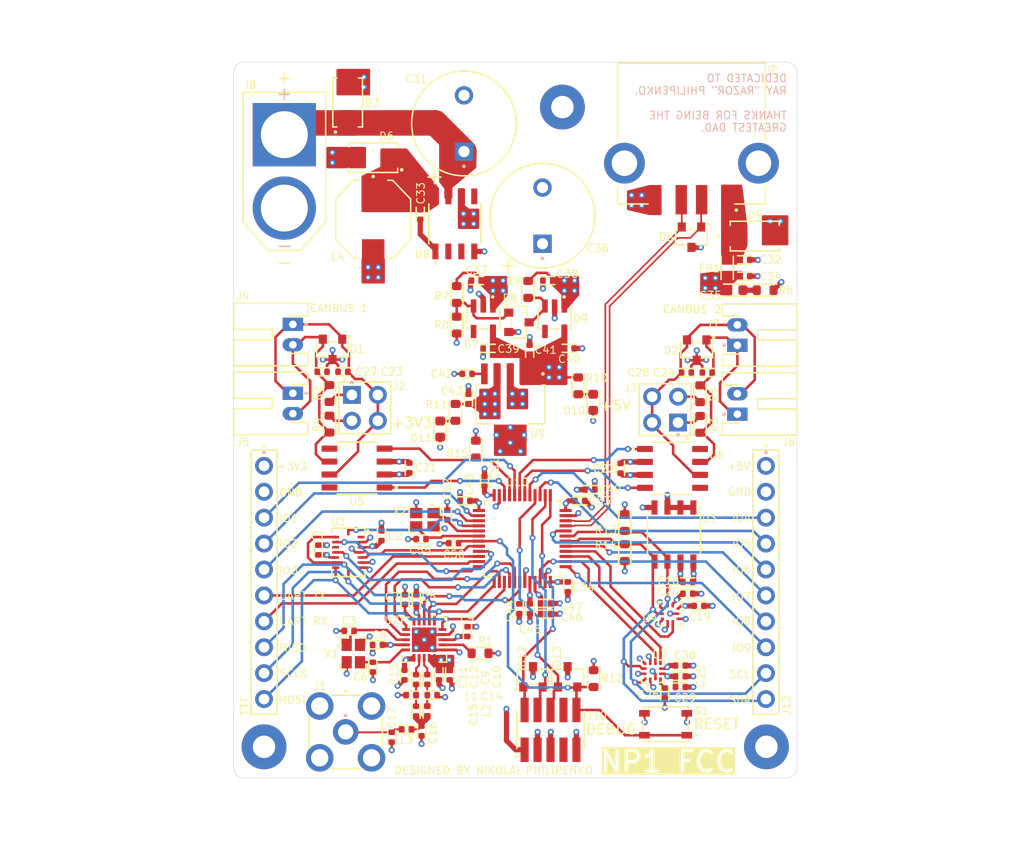
<source format=kicad_pcb>
(kicad_pcb (version 20240108) (generator "pcbnew") (generator_version "8.0")
  (title_block (title "NP1 FCC PCB DESIGN"))
  (layers (0 "F.Cu" signal "TOP") (1 "In1.Cu" power "GND") (2 "In2.Cu" power "PWR") (31 "B.Cu" signal "BOTTOM") (34 "B.Paste" user) (35 "F.Paste" user) (36 "B.SilkS" user "B.Silkscreen") (37 "F.SilkS" user "F.Silkscreen") (38 "B.Mask" user) (39 "F.Mask" user) (44 "Edge.Cuts" user))
  (net 0 "")
  (net 1 "GND")
  (net 2 "Net-(U2-XOSC_Q1)")
  (net 3 "Net-(U2-XOSC_Q2)")
  (net 4 "Net-(U2-DCOUPL)")
  (net 5 "/I2C + CANBUS/CAN1H")
  (net 6 "/I2C + CANBUS/CAN2H")
  (net 7 "Net-(U7-C1)")
  (net 8 "/I2C + CANBUS/CAN1L")
  (net 9 "/I2C + CANBUS/CAN2L")
  (net 10 "+BATT")
  (net 11 "/POWER + USB/5VBUS")
  (net 12 "Net-(D6-K)")
  (net 13 "Net-(U8-CB)")
  (net 14 "/POWER + USB/5VBUS_FILT")
  (net 15 "Net-(C35-Pad1)")
  (net 16 "/POWER + USB/5VDCDC")
  (net 17 "+5V")
  (net 18 "Net-(U9-NR{slash}FB)")
  (net 19 "+3V3")
  (net 20 "/MCU + PAYLOAD/NRST")
  (net 21 "Net-(U10-PF0_OSC_IN)")
  (net 22 "Net-(U10-PF1_OSC_OUT)")
  (net 24 "Net-(D7-EN)")
  (net 25 "Net-(D8-D)")
  (net 27 "Net-(D10-A)")
  (net 28 "Net-(D11-A)")
  (net 29 "/MCU + PAYLOAD/SWDIO")
  (net 30 "/MCU + PAYLOAD/SWCLK")
  (net 31 "/MCU + PAYLOAD/SWO")
  (net 32 "Net-(J2-Pin_3)")
  (net 33 "Net-(J2-Pin_1)")
  (net 34 "Net-(J3-Pin_1)")
  (net 35 "Net-(J3-Pin_3)")
  (net 40 "SCLK")
  (net 41 "/MCU + PAYLOAD/GPIO3")
  (net 42 "/MCU + PAYLOAD/GPIO1")
  (net 43 "/MCU + PAYLOAD/GPIO2")
  (net 44 "MISO")
  (net 45 "MOSI")
  (net 46 "/MCU + PAYLOAD/UART_RX")
  (net 47 "/MCU + PAYLOAD/UART_TX")
  (net 48 "/MCU + PAYLOAD/GPIO6")
  (net 49 "/MCU + PAYLOAD/GPIO4")
  (net 50 "SDA")
  (net 51 "/MCU + PAYLOAD/GPIO7")
  (net 52 "/MCU + PAYLOAD/GPIO5")
  (net 53 "SCL")
  (net 54 "/MCU + PAYLOAD/GPIO9")
  (net 55 "/MCU + PAYLOAD/GPIO8")
  (net 56 "Net-(U2-RBIAS)")
  (net 57 "CAN1_RX")
  (net 59 "ACCEL_INT")
  (net 60 "ACCEL_~{CS}")
  (net 61 "GYRO_INT")
  (net 62 "GYRO_~{CS}")
  (net 64 "CC2500_GDO0")
  (net 65 "CC2500_~{CS}")
  (net 66 "CC2500_GDO2")
  (net 67 "BMP_INT")
  (net 69 "CAN1_TX")
  (net 71 "CAN2_TX")
  (net 72 "CAN2_RX")
  (net 75 "MAG_INT")
  (net 76 "MAG_DRDY")
  (net 80 "Net-(C11-Pad2)")
  (net 81 "Net-(U2-RF_P)")
  (net 82 "Net-(U2-RF_N)")
  (net 83 "Net-(C12-Pad2)")
  (net 84 "Net-(C15-Pad2)")
  (net 85 "Net-(J1-In)")
  (net 86 "USB_D+")
  (net 87 "USB_D-")
  (footprint "Capacitors:CAP_0402_1005Metric" (layer "F.Cu") (at 141.085001 108.499999 180)
    (property "Reference" "C55")
    (property "Value" "11pF" (hide yes))
  )
  (footprint "Diodes:DiodesINC_SOT23-3" (layer "F.Cu") (at 152.05 122 90)
    (property "Reference" "D12")
    (property "Value" "D1213A-02SOL" (hide yes))
  )
  (footprint "Diodes:DiodesINC_SMA" (layer "F.Cu") (at 136.385 71.1 180)
    (property "Reference" "D6")
    (property "Value" "B150" (hide yes))
  )
  (footprint "ICs:TI_SOIC-8" (layer "F.Cu") (at 134.8 101.535 180)
    (property "Reference" "U5")
    (property "Value" "SN65HVD232D" (hide yes))
  )
  (footprint "MountingHole:MountingHole_2.2mm_M2_Pad" (layer "F.Cu") (at 174.935 128.86)
    (property "Reference" "H3" (hide yes))
    (property "Value" "MountingHole" (hide yes))
  )
  (footprint "Capacitors:CAP_0402_1005Metric" (layer "F.Cu") (at 155.605001 89.8 180)
    (property "Reference" "C40")
    (property "Value" "1uF" (hide yes))
  )
  (footprint "Capacitors:CAP_0402_1005Metric" (layer "F.Cu") (at 147.300001 102.829998 90)
    (property "Reference" "C51")
    (property "Value" "100nF" (hide yes))
  )
  (footprint "Capacitors:CAP_0402_1005Metric" (layer "F.Cu") (at 140.6124 114.4374 90)
    (property "Reference" "C5")
    (property "Value" "100nF" (hide yes))
  )
  (footprint "Diodes:DiodesINC_SOT23-3" (layer "F.Cu") (at 132.4 89.9 -90)
    (property "Reference" "D1")
    (property "Value" "D1213A-02SOL" (hide yes))
  )
  (footprint "Capacitors:CAP_0402_1005Metric" (layer "F.Cu") (at 136.8074 118.8674 180)
    (property "Reference" "C8")
    (property "Value" "220pF" (hide yes))
  )
  (footprint "Connectors:CONN_MALE_TH_XT60" (layer "F.Cu") (at 127.675 72.45 -90)
    (property "Reference" "J8")
    (property "Value" "XT60" (hide yes))
  )
  (footprint "Capacitors:CAP_0402_1005Metric" (layer "F.Cu") (at 164.97 123.58 -90)
    (property "Reference" "C26")
    (property "Value" "100nF" (hide yes))
  )
  (footprint "Diodes:DiodesINC_SOT23-3" (layer "F.Cu") (at 155.45 122 90)
    (property "Reference" "D13")
    (property "Value" "D1213A-02SOL" (hide yes))
  )
  (footprint "ICs:STM_SO8N" (layer "F.Cu") (at 165.865 108.05 -90)
    (property "Reference" "U3")
    (property "Value" "M24C32" (hide yes))
  )
  (footprint "Capacitors:CAP_0402_1005Metric" (layer "F.Cu") (at 134.03 117.4924 180)
    (property "Reference" "C3")
    (property "Value" "11pF" (hide yes))
  )
  (footprint "Resistors:RES_0603_1608Metric" (layer "F.Cu") (at 156.485 93.475 -90)
    (property "Reference" "R10")
    (property "Value" "1k" (hide yes))
  )
  (footprint "Diodes:DiodesINC_SMA" (layer "F.Cu") (at 133.885 65.7 90)
    (property "Reference" "D3")
    (property "Value" "SMAJ45A" (hide yes))
  )
  (footprint "MountingHole:MountingHole_2.2mm_M2_Pad" (layer "F.Cu") (at 154.935 66.15)
    (property "Reference" "H1" (hide yes))
    (property "Value" "MountingHole" (hide yes))
  )
  (footprint "Capacitors:CAP_0402_1005Metric" (layer "F.Cu") (at 167.09 92.175)
    (property "Reference" "C28")
    (property "Value" "47pF" (hide yes))
  )
  (footprint "Capacitors:CAP_0402_1005Metric" (layer "F.Cu") (at 160.63 101.555 -90)
    (property "Reference" "C22")
    (property "Value" "100nF" (hide yes))
  )
  (footprint "Inductors:L_0402_1005Metric" (layer "F.Cu") (at 140.1024 123.7924)
    (property "Reference" "L1")
    (property "Value" "1.2nH" (hide yes))
  )
  (footprint "Capacitors:CAP_0402_1005Metric" (layer "F.Cu") (at 136.3574 121.0474 -90)
    (property "Reference" "C6")
    (property "Value" "11pF" (hide yes))
  )
  (footprint "Resistors:RES_0603_1608Metric" (layer "F.Cu") (at 161.05 109.825 90)
    (property "Reference" "R14")
    (property "Value" "2.2k" (hide yes))
  )
  (footprint "Capacitors:CAP_0402_1005Metric" (layer "F.Cu") (at 143.8874 121.8224 -90)
    (property "Reference" "C10")
    (property "Value" "220pF" (hide yes))
  )
  (footprint "Inductors:TDK_CLF7045-D" (layer "F.Cu") (at 136.385 77.15 -90)
    (property "Reference" "L4")
    (property "Value" "47uH" (hide yes))
  )
  (footprint "Capacitors:CAP_0402_1005Metric" (layer "F.Cu") (at 145.725 94.77 -90)
    (property "Reference" "C43")
    (property "Value" "1uF" (hide yes))
  )
  (footprint "Capacitors:CAP_0402_1005Metric" (layer "F.Cu") (at 169.13 92.175 180)
    (property "Reference" "C24")
    (property "Value" "47pF" (hide yes))
  )
  (footprint "Capacitors:CAP_0402_1005Metric" (layer "F.Cu") (at 166.5 121.95)
    (property "Reference" "C25")
    (property "Value" "100nF" (hide yes))
  )
  (footprint "Resistors:RES_0603_1608Metric" (layer "F.Cu") (at 158 122.175 -90)
    (property "Reference" "R12")
    (property "Value" "10k" (hide yes))
  )
  (footprint "Capacitors:CAP_0402_1005Metric" (layer "F.Cu") (at 157.630001 103.649999)
    (property "Reference" "C49")
    (property "Value" "4.7uF" (hide yes))
  )
  (footprint "Resistors:RES_0603_1608Metric" (layer "F.Cu") (at 146.45 99.675 90)
    (property "Reference" "R15")
    (property "Value" "10k" (hide yes))
  )
  (footprint "ICs:TI_QFN-20" (layer "F.Cu") (at 141.3874 118.3624 -90)
    (property "Reference" "U2")
    (property "Value" "CC2500" (hide yes))
  )
  (footprint "ICs:BOSCH_LGA-16" (layer "F.Cu") (at 133.95 109.800001 -90)
    (property "Reference" "U1")
    (property "Value" "BMI088" (hide yes))
  )
  (footprint "Connectors:CONN_JST_S2B-PH-K-S" (layer "F.Cu") (at 172.085 89.5 90)
    (property "Reference" "J7")
    (property "Value" "S2B-PH-K-S" (hide yes))
  )
  (footprint "Connectors:CONN_JST_S2B-PH-K-S" (layer "F.Cu") (at 172.085 96.25 90)
    (property "Reference" "J6")
    (property "Value" "S2B-PH-K-S" (hide yes))
  )
  (footprint "CrystalsAndOscillators:NDK_NX2520SA" (layer "F.Cu") (at 141.450001 106.6 180)
    (property "Reference" "X2")
    (property "Value" "NX2520SA-16MHz" (hide yes))
  )
  (footprint "Capacitors:CAP_0402_1005Metric" (layer "F.Cu") (at 166.5 120.9)
    (property "Reference" "C30")
    (property "Value" "100nF" (hide yes))
  )
  (footprint "ICs:BOSCH_LGA-10" (layer "F.Cu") (at 165.5 115.812)
    (property "Reference" "U4")
    (property "Value" "BMP388" (hide yes))
  )
  (footprint "Diodes:AnalogDevices_SOT23-5" (layer "F.Cu") (at 147.174999 86.9 -90)
    (property "Reference" "D7")
    (property "Value" "MAX40200AUK" (hide yes))
  )
  (footprint "Capacitors:CAP_0402_1005Metric" (layer "F.Cu") (at 150.7 115.33 -90)
    (property "Reference" "C44")
    (property "Value" "1uF" (hide yes))
  )
  (footprint "Connectors:CONN_MALE_TH_2.54MM_2x2" (layer "F.Cu") (at 134.3 94.36 -90)
    (property "Reference" "J2")
    (property "Value" "2x2-2.54MM " (hide yes))
  )
  (footprint "Diodes:DiodesINC_SMA" (layer "F.Cu") (at 173.785 78.8)
    (property "Reference" "D4")
    (property "Value" "SMAJ5.0A" (hide yes))
  )
  (footprint "ICs:TI_SOIC-8" (layer "F.Cu") (at 165.73 101.57)
    (property "Reference" "U6")
    (property "Value" "SN65HVD232D" (hide yes))
  )
  (footprint "Capacitors:CAP_0402_1005Metric" (layer "F.Cu") (at 166.5 123)
    (property "Reference" "C29")
    (property "Value" "1uF" (hide yes))
  )
  (footprint "Capacitors:CAP_0402_1005Metric" (layer "F.Cu") (at 139.925 101.52 90)
    (property "Reference" "C21")
    (property "Value" "100nF" (hide yes))
  )
  (footprint "Diodes:LED_0603_1608Metric" (layer "F.Cu") (at 157.95 95.0875 90)
    (property "Reference" "D10")
    (property "Value" "LED" (hide yes))
  )
  (footprint "Capacitors:CAP_0402_1005Metric" (layer "F.Cu") (at 146.495 83.15)
    (property "Reference" "C37")
    (property "Value" "1uF" (hide yes))
  )
  (footprint "Capacitors:CAP_0402_1005Metric" (layer "F.Cu") (at 172.815 82.725 180)
    (property "Reference" "C34")
    (property "Value" "100nF" (hide yes))
  )
  (footprint "Capacitors:CAP_0402_1005Metric" (layer "F.Cu") (at 168.33 115.05)
    (property "Reference" "C19")
    (property "Value" "100nF" (hide yes))
  )
  (footprint "Capacitors:CAP_0402_1005Metric" (layer "F.Cu") (at 138.2 127.92 -90)
    (property "Reference" "C17")
    (property "Value" "1.5pF" (hide yes))
  )
  (footprint "Capacitors:CAP_0402_1005Metric" (layer "F.Cu") (at 137.2 108.17 90)
    (property "Reference" "C2")
    (property "Value" "100nF" (hide yes))
  )
  (footprint "Capacitors:CAP_0402_1005Metric" (layer "F.Cu") (at 151.725 89.97 90)
    (property "Reference" "C41")
    (property "Value" "2.2uF" (hide yes))
  )
  (footprint "Capacitors:CAP_0402_1005Metric" (layer "F.Cu") (at 142.1674 123.7924)
    (property "Reference" "C14")
    (property "Value" "1pF" (hide yes))
  )
  (footprint "Capacitors:CAP_0402_1005Metric" (layer "F.Cu") (at 131 109.570002 90)
    (property "Reference" "C1")
    (property "Value" "100nF" (hide yes))
  )
  (footprint "Resistors:RES_0603_1608Metric" (layer "F.Cu") (at 168.43 94.25 90)
    (property "Reference" "R5")
    (property "Value" "120R" (hide yes))
  )
  (footprint "Capacitors:NICHICON_UHE_10x12.5" (layer "F.Cu") (at 145.285 70.5118 90)
    (property "Reference" "C31")
    (property "Value" "150uF" (hide yes))
  )
  (footprint "ICs:STM_LGA-12L" (layer "F.Cu") (at 163.8 121.450001 90)
    (property "Reference" "U7")
    (property "Value" "LIS3MDL" (hide yes))
  )
  (footprint "Diodes:LED_0603_1608Metric" (layer "F.Cu") (at 142.95 97.7125 90)
    (property "Reference" "D11")
    (property "Value" "LED" (hide yes))
  )
  (footprint "Capacitors:CAP_0402_1005Metric" (layer "F.Cu") (at 145.385001 104.75 180)
    (property "Reference" "C48")
    (property "Value" "100nF" (hide yes))
  )
  (footprint "Capacitors:CAP_0402_1005Metric" (layer "F.Cu") (at 167.22 112.7)
    (property "Reference" "C18")
    (property "Value" "100nF" (hide yes))
  )
  (footprint "Resistors:RES_0603_1608Metric" (layer "F.Cu") (at 161.05 106.875 -90)
    (property "Reference" "R13")
    (property "Value" "2.2k" (hide yes))
  )
  (footprint "ICs:TI_SOIC-8" (layer "F.Cu") (at 144.39 77.6 90)
    (property "Reference" "U8")
    (property "Value" "LM2672" (hide yes))
  )
  (footprint "Capacitors:CAP_0402_1005Metric" (layer "F.Cu") (at 140.5874 122.2624 -90)
    (property "Reference" "C11")
    (property "Value" "100pF" (hide yes))
  )
  (footprint "Inductors:L_0603_1608Metric" (layer "F.Cu") (at 171.085 81.9125 -90)
    (property "Reference" "FB1")
    (property "Value" "330R" (hide yes))
  )
  (footprint "CrystalsAndOscillators:NDK_NX2520SA" (layer "F.Cu") (at 134.4374 119.7174 -90)
    (property "Reference" "X1")
    (property "Value" "NX2520SA-26MHz" (hide yes))
  )
  (footprint "Connectors:RF-SMA_Dosinconn_DOSIN-806-0001" (layer "F.Cu") (at 133.685 127.4 -90)
    (property "Reference" "J1")
    (property "Value" "50 Ohm" (hide yes))
  )
  (footprint "Resistors:RES_0603_1608Metric" (layer "F.Cu") (at 132.1 94.225 90)
    (property "Reference" "R2")
    (property "Value" "120R" (hide yes))
  )
  (footprint "Capacitors:CAP_0402_1005Metric" (layer "F.Cu") (at 141.125 127.305 -90)
    (property "Reference" "C16")
    (property "Value" "1.8pF" (hide yes))
  )
  (footprint "Connectors:CONN_JST_S2B-PH-K-S" (layer "F.Cu") (at 128.51 87.45 -90)
    (property "Reference" "J4")
    (property "Value" "S2B-PH-K-S" (hide yes))
  )
  (footprint "MountingHole:MountingHole_2.2mm_M2_Pad" (layer "F.Cu") (at 125.685 128.86)
    (property "Reference" "H2" (hide yes))
    (property "Value" "MountingHole" (hide yes))
  )
  (footprint "Capacitors:CAP_0402_1005Metric" (layer "F.Cu") (at 143.650001 106.129999 90)
    (property "Reference" "C52")
    (property "Value" "11pF" (hide yes))
  )
  (footprint "Capacitors:CAP_0402_1005Metric" (layer "F.Cu") (at 131.38 92.1)
    (property "Reference" "C27")
    (property "Value" "47pF" (hide yes))
  )
  (footprint "Resistors:RES_0603_1608Metric" (layer "F.Cu") (at 144.45 96.075 -90)
    (property "Reference" "R11")
    (property "Value" "0R5" (hide yes))
  )
  (footprint "Capacitors:NICHICON_UHE_10x12.5" (layer "F.Cu") (at 152.985 79.55 90)
    (property "Reference" "C36")
    (property "Value" "150uF" (hide yes))
  )
  (footprint "Capacitors:CAP_0603_1608Metric" (layer "F.Cu") (at 171.86 84.1 180)
    (property "Reference" "C35")
    (property "Value" "6.8uF" (hide yes))
  )
  (footprint "Connectors:CONN_MALE_SMT_1.27MM_2x5" (layer "F.Cu") (at 153.77 127.200001)
    (property "Reference" "J10")
    (property "Value" "2x5-1.27MM" (hide yes))
  )
  (footprint "ICs:STM_LQFP48" (layer "F.Cu") (at 151 108.449999)
    (property "Reference" "U10")
    (property "Value" "STM32G474CET6" (hide yes))
  )
  (footprint "Capacitors:CAP_0402_1005Metric" (layer "F.Cu") (at 139.4524 121.8224 -90)
    (property "Reference" "C13")
    (property "Value" "100nF" (hide yes))
  )
  (footprint "Resistors:RES_0603_1608Metric" (layer "F.Cu") (at 151.575 84.025 -90)
    (property "Reference" "R9")
    (property "Value" "10k" (hide yes))
  )
  (footprint "Capacitors:CAP_0402_1005Metric" (layer "F.Cu") (at 151.75 115.33 -90)
    (property "Reference" "C45")
    (property "Value" "100nF" (hide yes))
  )
  (footprint "Inductors:L_0402_1005Metric" (layer "F.Cu") (at 139.66 127.15 180)
    (property "Reference" "L3")
    (property "Value" "1.2nH" (hide yes))
  )
  (footprint "Resistors:RES_0603_1608Metric" (layer "F.Cu") (at 174.81 84.1)
    (property "Reference" "R6")
    (property "Value" "0R5" (hide yes))
  )
  (footprint "Capacitors:CAP_0402_1005Metric" (layer "F.Cu") (at 142.8374 121.8224 -90)
    (property "Reference" "C9")
    (property "Value" "100nF" (hide yes))
  )
  (footprint "Resistors:RES_0603_1608Metric" (layer "F.Cu") (at 132.1 97.225 -90)
    (property "Reference" "R4")
    (property "Value" "120R" (hide yes))
  )
  (footprint "Inductors:L_0402_1005Metric" (layer "F.Cu") (at 141.6874 125.3574 -90)
    (property "Reference" "L2")
    (property "Value" "1.2nH" (hide yes))
  )
  (footprint "Resistors:RES_0603_1608Metric" (layer "F.Cu") (at 144.575 84.525 -90)
    (property "Reference" "R7")
    (property "Value" "10k" (hide yes))
  )
  (footprint "Capacitors:CAP_0402_1005Metric" (layer "F.Cu") (at 155.465001 113.18 -90)
    (property "Reference" "C54")
    (property "Value" "100nF" (hide yes))
  )
  (footprint "Capacitors:CAP_0402_1005Metric" (layer "F.Cu") (at 153.505 83.15)
    (property "Reference" "C38")
    (property "Value" "1uF" (hide yes))
  )
  (footprint "ICs:TI_SOT223-6" (layer "F.Cu") (at 149.825 95.3 -90)
    (property "Reference" "U9")
    (property "Value" "TPS79633" (hide yes))
  )
  (footprint "Connectors:CONN_MALE_TH_2.54MM_2x2" (layer "F.Cu") (at 166.27 97.075 90)
    (property "Reference" "J3")
    (property "Value" "2x2-2.54MM " (hide yes))
  )
  (footprint "Diodes:AnalogDevices_SOT23-5" (layer "F.Cu") (at 154.175 86.9 -90)
    (property "Reference" "D9")
    (property "Value" "MAX40200AUK" (hide yes))
  )
  (footprint "Capacitors:CAP_0402_1005Metric" (layer "F.Cu") (at 133.42 92.1 180)
    (property "Reference" "C23")
    (property "Value" "47pF" (hide yes))
  )
  (footprint "Connectors:CONN_JST_S2B-PH-K-S" (layer "F.Cu") (at 128.51 94.2 -90)
    (property "Reference" "J5")
    (property "Value" "S2B-PH-K-S" (hide yes))
  )
  (footprint "Diodes:DiodesINC_SOT23-3" (layer "F.Cu") (at 150.675 87.25)
    (property "Reference" "D8")
    (property "Value" "DMN65D8L" (hide yes))
  )
  (footprint "Capacitors:CAP_0402_1005Metric" (layer "F.Cu") (at 156.645001 104.75)
    (property "Reference" "C53")
    (property "Value" "100nF" (hide yes))
  )
  (footprint "Connectors:USB2.0_4P_AMPHENOL_87583-2010BLF" (layer "F.Cu") (at 167.585 71.65 180)
    (property "Reference" "J9")
    (property "Value" "USB TYPE-A" (hide yes))
  )
  (footprint "Connectors:CONN_FEMALE_TH_2.54MM_1x10" (layer "F.Cu") (at 125.685 101.32 -90)
    (property "Reference" "J11")
    (property "Value" "1x10-2.54MM " (hide yes))
  )
  (footprint "Diodes:DiodesINC_SOT23-3" (layer "F.Cu") (at 168.1 89.975 -90)
    (property "Reference" "D2")
    (property "Value" "D1213A-02SOL" (hide yes))
  )
  (footprint "Capacitors:CAP_0402_1005Metric" (layer "F.Cu") (at 167.23 113.85)
    (property "Reference" "C20")
    (property "Value" "100nF" (hide yes))
  )
  (footprint "Capacitors:CAP_0402_1005Metric" (layer "F.Cu") (at 153.277498 115.8525)
    (property "Reference" "C46")
    (property "Value" "1uF" (hide yes))
  )
  (footprint "Capacitors:CAP_0402_1005Metric" (layer "F.Cu") (at 139.5 114.43 90)
    (property "Reference" "C7")
    (property "Value" "100nF" (hide yes))
  )
  (footprint "Resistors:RES_0603_1608Metric" (layer "F.Cu") (at 144.575 87.525 -90)
    (property "Reference" "R8")
    (property "Value" "100k" (hide yes))
  )
  (footprint "Switches:TACT_SKRP" (layer "F.Cu") (at 165.05 126.65 180)
    (property "Reference" "S1")
    (property "Value" "SKRPARE010" (hide yes))
  )
  (footprint "Capacitors:CAP_0402_1005Metric" (layer "F.Cu") (at 172.815 81.125 180)
    (property "Reference" "C32")
    (property "Value" "10nF" (hide yes))
  )
  (footprint "Diodes:DiodesINC_SOT23-3" (layer "F.Cu") (at 167.585 78.9 -90)
    (property "Reference" "D5")
    (property "Value" "D1213A-02SOL" (hide yes))
  )
  (footprint "Connectors:CONN_FEMALE_TH_2.54MM_1x10" (layer "F.Cu") (at 174.885 101.32 -90)
    (property "Reference" "J12")
    (property "Value" "1x10-2.54MM " (hide yes))
  )
  (footprint "Capacitors:CAP_0402_1005Metric" (layer "F.Cu") (at 147.645 89.8)
    (property "Reference" "C39")
    (property "Value" "1uF" (hide yes))
  )
  (footprint "Capacitors:CAP_0402_1005Metric" (layer "F.Cu") (at 145.625 117.5624 90)
    (property "Reference" "C4")
    (property "Value" "220pF" (hide yes))
  )
  (footprint "Capacitors:CAP_0402_1005Metric" (layer "F.Cu") (at 145.595 92.3)
    (property "Reference" "C42")
    (property "Value" "10nF" (hide yes))
  )
  (footprint "Resistors:RES_0603_1608Metric" (layer "F.Cu") (at 146.8624 119.6924)
    (property "Reference" "R1")
    (property "Value" "56k" (hide yes))
  )
  (footprint "Capacitors:CAP_0402_1005Metric" (layer "F.Cu") (at 144.28 108.9 180)
    (property "Reference" "C50")
    (property "Value" "100nF" (hide yes))
  )
  (footprint "Capacitors:CAP_0402_1005Metric" (layer "F.Cu") (at 140.5874 125.3624 -90)
    (property "Reference" "C15")
    (property "Value" "1pF" (hide yes))
  )
  (footprint "Resistors:RES_0603_1608Metric" (layer "F.Cu") (at 168.43 97.25 -90)
    (property "Reference" "R3")
    (property "Value" "120R" (hide yes))
  )
  (footprint "Capacitors:CAP_0402_1005Metric" (layer "F.Cu") (at 153.277498 114.8025)
    (property "Reference" "C47")
    (property "Value" "10nF" (hide yes))
  )
  (footprint "Capacitors:CAP_0402_1005Metric" (layer "F.Cu") (at 141.6874 122.2624 -90)
    (property "Reference" "C12")
    (property "Value" "100pF" (hide yes))
  )
  (footprint "Capacitors:CAP_0402_1005Metric" (layer "F.Cu") (at 141 76.68 90)
    (property "Reference" "C33")
    (property "Value" "10nF" (hide yes))
  )
  (gr_line (start 123.687107 131.902893) (end 176.94 131.9) (stroke (width 0.05)) (layer "Edge.Cuts"))
  (gr_line (start 122.687107 62.747107) (end 122.687107 130.902893) (stroke (width 0.05)) (layer "Edge.Cuts"))
  (gr_arc (start 123.687107 131.902893) (mid 122.98 131.61) (end 122.687107 130.902893) (stroke (width 0.05)) (layer "Edge.Cuts"))
  (gr_arc (start 177.94 130.9) (mid 177.647107 131.607107) (end 176.94 131.9) (stroke (width 0.05)) (layer "Edge.Cuts"))
  (gr_line (start 176.93 61.75) (end 123.687107 61.747107) (stroke (width 0.05)) (layer "Edge.Cuts"))
  (gr_arc (start 176.93 61.75) (mid 177.637107 62.042893) (end 177.93 62.75) (stroke (width 0.05)) (layer "Edge.Cuts"))
  (gr_line (start 177.94 130.9) (end 177.93 62.75) (stroke (width 0.05)) (layer "Edge.Cuts"))
  (gr_arc (start 122.687107 62.747107) (mid 122.98 62.04) (end 123.687107 61.747107) (stroke (width 0.05)) (layer "Edge.Cuts"))
  (gr_text "DEDICATED TO\nRAY {dblquote}RAZOR{dblquote} PHILIPENKO.\n\nTHANKS FOR BEING THE\nGREATEST DAD." (at 177 68.6 -0) (layer "B.SilkS") (effects (font (size 0.75 0.75) (thickness 0.1)) (justify left bottom mirror)))
  (gr_text "GND" (at 171.1 104.3 0) (layer "F.SilkS") (effects (font (size 0.75 0.75) (thickness 0.1)) (justify left bottom)))
  (gr_text "IO8" (at 171.5 117 0) (layer "F.SilkS") (effects (font (size 0.75 0.75) (thickness 0.1)) (justify left bottom)))
  (gr_text "+3V3" (at 126.9 101.8 0) (layer "F.SilkS") (effects (font (size 0.75 0.75) (thickness 0.1)) (justify left bottom)))
  (gr_text "SDA" (at 171.2 124.7 0) (layer "F.SilkS") (effects (font (size 0.75 0.75) (thickness 0.1)) (justify left bottom)))
  (gr_text "UART TX" (at 127.1 114.5 0) (layer "F.SilkS") (effects (font (size 0.75 0.75) (thickness 0.1)) (justify left bottom)))
  (gr_text "SCLK" (at 127.1 122.1 0) (layer "F.SilkS") (effects (font (size 0.75 0.75) (thickness 0.1)) (justify left bottom)))
  (gr_text "CANBUS 1" (at 130.1 86.3 0) (layer "F.SilkS") (effects (font (size 0.75 0.75) (thickness 0.1)) (justify left bottom)))
  (gr_text "NP1 FCC" (at 158.5 131.5 0) (layer "F.SilkS" knockout) (effects (font (size 2 2) (thickness 0.254)) (justify left bottom)))
  (gr_text "+5V" (at 171 101.8 0) (layer "F.SilkS") (effects (font (size 0.75 0.75) (thickness 0.1)) (justify left bottom)))
  (gr_text "MOSI" (at 127 124.7 0) (layer "F.SilkS") (effects (font (size 0.75 0.75) (thickness 0.1)) (justify left bottom)))
  (gr_text "DEBUG" (at 157.122 127.728801 0) (layer "F.SilkS") (effects (font (size 1 1) (thickness 0.1524)) (justify left bottom)))
  (gr_text "+5V" (at 158.5 96 0) (layer "F.SilkS") (effects (font (size 1 1) (thickness 0.1524)) (justify left bottom)))
  (gr_text "IO9" (at 171.5 119.6 0) (layer "F.SilkS") (effects (font (size 0.75 0.75) (thickness 0.1)) (justify left bottom)))
  (gr_text "+3V3" (at 138.1 97.7 0) (layer "F.SilkS") (effects (font (size 1 1) (thickness 0.1524)) (justify left bottom)))
  (gr_text "CANBUS 2" (at 164.7 86.4 0) (layer "F.SilkS") (effects (font (size 0.75 0.75) (thickness 0.1)) (justify left bottom)))
  (gr_text "MISO" (at 127.1 119.6 0) (layer "F.SilkS") (effects (font (size 0.75 0.75) (thickness 0.1)) (justify left bottom)))
  (gr_text "DESIGNED BY NIKOLAI PHILIPENKO" (at 138.4 131.6 0) (layer "F.SilkS") (effects (font (size 0.75 0.75) (thickness 0.1)) (justify left bottom)))
  (gr_text "SCL" (at 171.2 122.2 0) (layer "F.SilkS") (effects (font (size 0.75 0.75) (thickness 0.1)) (justify left bottom)))
  (gr_text "IO4" (at 171.5 106.9 0) (layer "F.SilkS") (effects (font (size 0.75 0.75) (thickness 0.1)) (justify left bottom)))
  (gr_text "IO5" (at 171.5 109.4 0) (layer "F.SilkS") (effects (font (size 0.75 0.75) (thickness 0.1)) (justify left bottom)))
  (gr_text "RESET" (at 167.7 127.2 0) (layer "F.SilkS") (effects (font (size 1 1) (thickness 0.1524)) (justify left bottom)))
  (gr_text "IO1" (at 127.1 106.9 0) (layer "F.SilkS") (effects (font (size 0.75 0.75) (thickness 0.1)) (justify left bottom)))
  (gr_text "IO2" (at 127.1 109.4 0) (layer "F.SilkS") (effects (font (size 0.75 0.75) (thickness 0.1)) (justify left bottom)))
  (gr_text "GND" (at 127.1 104.4 0) (layer "F.SilkS") (effects (font (size 0.75 0.75) (thickness 0.1)) (justify left bottom)))
  (gr_text "IO6" (at 171.5 112 0) (layer "F.SilkS") (effects (font (size 0.75 0.75) (thickness 0.1)) (justify left bottom)))
  (gr_text "IO7" (at 171.5 114.6 0) (layer "F.SilkS") (effects (font (size 0.75 0.75) (thickness 0.1)) (justify left bottom)))
  (gr_text "IO3" (at 127.1 112 0) (layer "F.SilkS") (effects (font (size 0.75 0.75) (thickness 0.1)) (justify left bottom)))
  (gr_text "UART RX" (at 127.1 117 0) (layer "F.SilkS") (effects (font (size 0.75 0.75) (thickness 0.1)) (justify left bottom)))
  (segment (start 163.55 122.723) (end 163.55 122.200002) (width 0.254) (layer "F.Cu") (net 1))
  (segment (start 164.712001 115.312001) (end 164.5 115.1) (width 0.254) (layer "F.Cu") (net 1))
  (segment (start 160.83 100.925) (end 161.68 100.925) (width 0.508) (layer "F.Cu") (net 1))
  (segment (start 151.75 115.81) (end 151.75 116.6) (width 0.508) (layer "F.Cu") (net 1))
  (segment (start 135.9124 118.0424) (end 136.0374 118.0424) (width 0.254) (layer "F.Cu") (net 1))
  (segment (start 133.7874 120.5674) (end 133.7874 121.6924) (width 0.254) (layer "F.Cu") (net 1))
  (segment (start 133.345 90.9) (end 132.4 90.9) (width 0.254) (layer "F.Cu") (net 1))
  (segment (start 140.6124 113.9574) (end 140.6124 113.1674) (width 0.508) (layer "F.Cu") (net 1))
  (segment (start 142.550002 107.25) (end 142.800001 107.499999) (width 0.254) (layer "F.Cu") (net 1))
  (segment (start 153.250001 111.936711) (end 153.583412 111.6033) (width 0.295) (layer "F.Cu") (net 1))
  (segment (start 144.5124 119.3624) (end 144.75 119.6) (width 0.28) (layer "F.Cu") (net 1))
  (segment (start 147.174999 84.874999) (end 147.174999 85.65) (width 0.508) (layer "F.Cu") (net 1))
  (segment (start 139.3476 122.3024) (end 139.4524 122.3024) (width 0.508) (layer "F.Cu") (net 1))
  (segment (start 142.8374 122.3024) (end 142.8374 122.7424) (width 0.508) (layer "F.Cu") (net 1))
  (segment (start 135.840001 111.300001) (end 136.04 111.5) (width 0.254) (layer "F.Cu") (net 1))
  (segment (start 136.3574 121.5274) (end 136.3574 122.3124) (width 0.254) (layer "F.Cu") (net 1))
  (segment (start 143.815 117.8624) (end 143.1674 117.8624) (width 0.28) (layer "F.Cu") (net 1))
  (segment (start 139.775 102.15) (end 138.925 102.15) (width 0.508) (layer "F.Cu") (net 1))
  (segment (start 136.3274 119.6824) (end 136.3374 119.6924) (width 0.508) (layer "F.Cu") (net 1))
  (segment (start 135.2 111.300001) (end 135.840001 111.300001) (width 0.254) (layer "F.Cu") (net 1))
  (segment (start 164.738 116.311999) (end 164.738 116.412) (width 0.254) (layer "F.Cu") (net 1))
  (segment (start 168.65 92.175) (end 168.65 91.525) (width 0.254) (layer "F.Cu") (net 1))
  (segment (start 135.2 108.8) (end 135.65 108.8) (width 0.254) (layer "F.Cu") (net 1))
  (segment (start 136.3574 122.3124) (end 136.3624 122.3174) (width 0.254) (layer "F.Cu") (net 1))
  (segment (start 174.085 82.725) (end 173.295 82.725) (width 0.508) (layer "F.Cu") (net 1))
  (segment (start 138.905 102.17) (end 138.925 102.15) (width 0.508) (layer "F.Cu") (net 1))
  (segment (start 131.84 109.090002) (end 131.85 109.100002) (width 0.508) (layer "F.Cu") (net 1))
  (segment (start 167.225 90.975) (end 167.205 90.955) (width 0.254) (layer "F.Cu") (net 1))
  (segment (start 143.650001 104.850001) (end 143.650001 105.649999) (width 0.254) (layer "F.Cu") (net 1))
  (segment (start 166.5 110.7) (end 166.5 111.9) (width 0.508) (layer "F.Cu") (net 1))
  (segment (start 141.125 127.785) (end 141.125 128.575) (width 0.254) (layer "F.Cu") (net 1))
  (segment (start 135.2 110.800001) (end 136.25 110.800001) (width 0.254) (layer "F.Cu") (net 1))
  (segment (start 162.975 126.425) (end 163 126.45) (width 0.254) (layer "F.Cu") (net 1))
  (segment (start 152.5 129.150002) (end 152.5 127.4) (width 0.508) (layer "F.Cu") (net 1))
  (segment (start 142.8374 122.7424) (end 143.1874 123.0924) (width 0.508) (layer "F.Cu") (net 1))
  (segment (start 132.7576 117.4924) (end 132.75 117.5) (width 0.254) (layer "F.Cu") (net 1))
  (segment (start 153.757498 114.8025) (end 154.6975 114.8025) (width 0.508) (layer "F.Cu") (net 1))
  (segment (start 163.85 123.023) (end 163.55 122.723) (width 0.254) (layer "F.Cu") (net 1))
  (segment (start 168.105 90.02) (end 168.105 90.005) (width 0.254) (layer "F.Cu") (net 1))
  (segment (start 148.4 105.3) (end 148.749999 104.950001) (width 0.295) (layer "F.Cu") (net 1))
  (segment (start 166.98 121.95) (end 167.77 121.95) (width 0.508) (layer "F.Cu") (net 1))
  (segment (start 144.1 122.515) (end 143.8874 122.3024) (width 0.508) (layer "F.Cu") (net 1))
  (segment (start 162.350001 121.700001) (end 163.04 121.700001) (width 0.254) (layer "F.Cu") (net 1))
  (segment (start 142.95 98.5) (end 142.95 99.5) (width 0.254) (layer "F.Cu") (net 1))
  (segment (start 166.5 111.9) (end 166.5 112.46) (width 0.508) (layer "F.Cu") (net 1))
  (segment (start 168.1 90.975) (end 167.23 90.975) (width 0.254) (layer "F.Cu") (net 1))
  (segment (start 165.512 115.812) (end 165.5 115.8) (width 0.254) (layer "F.Cu") (net 1))
  (segment (start 153.250001 112.699998) (end 153.250001 111.936711) (width 0.295) (layer "F.Cu") (net 1))
  (segment (start 133.35 90.895) (end 133.345 90.9) (width 0.254) (layer "F.Cu") (net 1))
  (segment (start 162.8 105.4) (end 163.96 105.4) (width 0.508) (layer "F.Cu") (net 1))
  (segment (start 143.1674 119.3624) (end 144.5124 119.3624) (width 0.28) (layer "F.Cu") (net 1))
  (segment (start 157.81 105.38) (end 157.18 104.75) (width 0.508) (layer "F.Cu") (net 1))
  (segment (start 131 109.090002) (end 131.84 109.090002) (width 0.508) (layer "F.Cu") (net 1))
  (segment (start 135.0874 118.8674) (end 135.9124 118.0424) (width 0.254) (layer "F.Cu") (net 1))
  (segment (start 132.94 92.1) (end 132.94 91.44) (width 0.254) (layer "F.Cu") (net 1))
  (segment (start 138.2 128.4) (end 138.2 129.19) (width 0.254) (layer "F.Cu") (net 1))
  (segment (start 147.15 90.65) (end 147.165 90.635) (width 0.508) (layer "F.Cu") (net 1))
  (segment (start 168.1 90.025) (end 168.1 90.975) (width 0.254) (layer "F.Cu") (net 1))
  (segment (start 160.83 100.925) (end 160.68 101.075) (width 0.508) (layer "F.Cu") (net 1))
  (segment (start 144.905001 104.75) (end 144.905001 103.904999) (width 0.508) (layer "F.Cu") (net 1))
  (segment (start 144.2 117.4774) (end 143.815 117.8624) (width 0.28) (layer "F.Cu") (net 1))
  (segment (start 132.4 90) (end 132.4 89.97) (width 0.254) (layer "F.Cu") (net 1))
  (segment (start 131.45 90.895) (end 131.445 90.9) (width 0.254) (layer "F.Cu") (net 1))
  (segment (start 154.6975 114.8025) (end 154.7 114.8) (width 0.508) (layer "F.Cu") (net 1))
  (segment (start 164.975 124.065) (end 164.97 124.06) (width 0.254) (layer "F.Cu") (net 1))
  (segment (start 167.011999 116.311999) (end 166.262 116.311999) (width 0.254) (layer "F.Cu") (net 1))
  (segment (start 164.738 116.412) (end 164.3 116.85) (width 0.254) (layer "F.Cu") (net 1))
  (segment (start 167.125 126.425) (end 167.15 126.45) (width 0.254) (layer "F.Cu") (net 1))
  (segment (start 156.31 127.41) (end 156.3 127.4) (width 0.508) (layer "F.Cu") (net 1))
  (segment (start 162.35 121.7) (end 162.350001 121.700001) (width 0.254) (layer "F.Cu") (net 1))
  (segment (start 168.1 90.025) (end 168.105 90.02) (width 0.254) (layer "F.Cu") (net 1))
  (segment (start 174.095 81.125) (end 173.295 81.125) (width 0.508) (layer "F.Cu") (net 1))
  (segment (start 156.250002 106.199998) (end 156.5 105.95) (width 0.295) (layer "F.Cu") (net 1))
  (segment (start 169.03 90.93) (end 168.985 90.975) (width 0.254) (layer "F.Cu") (net 1))
  (segment (start 140.605001 108.499999) (end 139.800001 108.499999) (width 0.254) (layer "F.Cu") (net 1))
  (segment (start 156.085001 89.8) (end 156.875 89.8) (width 0.508) (layer "F.Cu") (net 1))
  (segment (start 132.94 91.44) (end 132.4 90.9) (width 0.254) (layer "F.Cu") (net 1))
  (segment (start 167.57 91.505) (end 168.1 90.975) (width 0.254) (layer "F.Cu") (net 1))
  (segment (start 140.6 104.9) (end 140.600001 104.900001) (width 0.254) (layer "F.Cu") (net 1))
  (segment (start 175.635 84.065) (end 176.4 83.3) (width 0.508) (layer "F.Cu") (net 1))
  (segment (start 146.48 117.0824) (end 146.49 117.0924) (width 0.508) (layer "F.Cu") (net 1))
  (segment (start 167.585 79.9) (end 168.5 79.9) (width 0.508) (layer "F.Cu") (net 1))
  (segment (start 146.75 84.45) (end 147.174999 84.874999) (width 0.508) (layer "F.Cu") (net 1))
  (segment (start 146.015 83.16) (end 146.015 83.15) (width 0.254) (layer "F.Cu") (net 1))
  (segment (start 143.1674 119.3624) (end 142.3874 119.3624) (width 0.28) (layer "F.Cu") (net 1))
  (segment (start 152.05 121) (end 152.05 122) (width 0.508) (layer "F.Cu") (net 1))
  (segment (start 144.75 119.6) (end 144.85 119.6) (width 0.28) (layer "F.Cu") (net 1))
  (segment (start 148.749999 104.950001) (end 148.749999 104.2) (width 0.295) (layer "F.Cu") (net 1))
  (segment (start 164.712001 115.312001) (end 164.6 115.2) (width 0.254) (layer "F.Cu") (net 1))
  (segment (start 154.6475 115.8525) (end 154.7 115.8) (width 0.508) (layer "F.Cu") (net 1))
  (segment (start 153.025 83.15) (end 153.025 83.95) (width 0.508) (layer "F.Cu") (net 1))
  (segment (start 131.86 92.1) (end 131.86 91.44) (width 0.254) (layer "F.Cu") (net 1))
  (segment (start 166.262 115.812) (end 165.512 115.812) (width 0.254) (layer "F.Cu") (net 1))
  (segment (start 131.43 90.9) (end 132.4 90.9) (width 0.254) (layer "F.Cu") (net 1))
  (segment (start 163.55 120.7) (end 163.55 120.15) (width 0.254) (layer "F.Cu") (net 1))
  (segment (start 135.65 108.8) (end 136.1 108.35) (width 0.254) (layer "F.Cu") (net 1))
  (segment (start 156.31 129.150002) (end 156.31 127.41) (width 0.508) (layer "F.Cu") (net 1))
  (segment (start 168.985 90.975) (end 168.1 90.975) (width 0.254) (layer "F.Cu") (net 1))
  (segment (start 139.925 102) (end 139.775 102.15) (width 0.508) (layer "F.Cu") (net 1))
  (segment (start 153.757498 115.8525) (end 154.6475 115.8525) (width 0.508) (layer "F.Cu") (net 1))
  (segment (start 137.5 102.17) (end 138.905 102.17) (width 0.508) (layer "F.Cu") (net 1))
  (segment (start 144.1 123.15) (end 144.1 122.515) (width 0.508) (layer "F.Cu") (net 1))
  (segment (start 158.110001 102.810001) (end 158.110001 103.649999) (width 0.508) (layer "F.Cu") (net 1))
  (segment (start 146.45 98.85) (end 146.45 97.9) (width 0.254) (layer "F.Cu") (net 1))
  (segment (start 142.4622 117.8624) (end 142.1748 117.575) (width 0.28) (layer "F.Cu") (net 1))
  (segment (start 162.975 125.575) (end 162.975 126.425) (width 0.254) (layer "F.Cu") (net 1))
  (segment (start 163.55 120.15) (end 163.4 120) (width 0.254) (layer "F.Cu") (net 1))
  (segment (start 132.4 90.9) (end 132.4 90) (width 0.254) (layer "F.Cu") (net 1))
  (segment (start 134.654645 109.800001) (end 135.2 109.800001) (width 0.254) (layer "F.Cu") (net 1))
  (segment (start 136.25 110.800001) (end 136.326079 110.723922) (width 0.254) (layer "F.Cu") (net 1))
  (segment (start 145.925 84.1) (end 145.925 83.25) (width 0.508) (layer "F.Cu") (net 1))
  (segment (start 150.7 115.81) (end 150.7 116.6) (width 0.508) (layer "F.Cu") (net 1))
  (segment (start 167.025 116.325) (end 167.011999 116.311999) (width 0.254) (layer "F.Cu") (net 1))
  (segment (start 142.8474 123.9924) (end 143.4374 123.9924) (width 0.254) (layer "F.Cu") (net 1))
  (segment (start 167.71 113.85) (end 168.55 113.85) (width 0.508) (layer "F.Cu") (net 1))
  (segment (start 138.775 122.875) (end 139.3476 122.3024) (width 0.508) (layer "F.Cu") (net 1))
  (segment (start 145.925 83.25) (end 146.015 83.16) (width 0.254) (layer "F.Cu") (net 1))
  (segment (start 144.905001 103.904999) (end 144.900001 103.899999) (width 0.508) (layer "F.Cu") (net 1))
  (segment (start 147.3 101.6) (end 147.3 102.349997) (width 0.508) (layer "F.Cu") (net 1))
  (segment (start 151.25 112.699998) (end 151.25 111.673) (width 0.295) (layer "F.Cu") (net 1))
  (segment (start 142.976999 108.9) (end 143.8 108.9) (width 0.254) (layer "F.Cu") (net 1))
  (segment (start 148.6424 119.6924) (end 148.65 119.7) (width 0.254) (layer "F.Cu") (net 1))
  (segment (start 167.23 90.975) (end 167.225 90.975) (width 0.254) (layer "F.Cu") (net 1))
  (segment (start 134.281644 109.427) (end 134.654645 109.800001) (width 0.254) (layer "F.Cu") (net 1))
  (segment (start 164.05 122.200002) (end 164.05 121.73) (width 0.254) (layer "F.Cu") (net 1))
  (segment (start 166.5 112.46) (end 166.74 112.7) (width 0.508) (layer "F.Cu") (net 1))
  (segment (start 143.65 104.85) (end 143.650001 104.850001) (width 0.254) (layer "F.Cu") (net 1))
  (segment (start 142.750001 107.449999) (end 143.400001 107.449999) (width 0.254) (layer "F.Cu") (net 1))
  (segment (start 142.6474 123.7924) (end 142.8474 123.9924) (width 0.254) (layer "F.Cu") (net 1))
  (segment (start 143.1674 117.8624) (end 142.4622 117.8624) (width 0.28) (layer "F.Cu") (net 1))
  (segment (start 157.18 104.75) (end 157.125001 104.75) (width 0.508) (layer "F.Cu") (net 1))
  (segment (start 166.98 120.9) (end 167.77 120.9) (width 0.508) (layer "F.Cu") (net 1))
  (segment (start 164.975 125.025) (end 164.975 124.065) (width 0.254) (layer "F.Cu") (net 1))
  (segment (start 163.03 100.935) (end 161.69 100.935) (width 0.508) (layer "F.Cu") (net 1))
  (segment (start 137.2 107.69) (end 137.2 106.9) (width 0.508) (layer "F.Cu") (net 1))
  (segment (start 158.1 102.8) (end 158.110001 102.810001) (width 0.508) (layer "F.Cu") (net 1))
  (segment (start 147.165 90.635) (end 147.165 89.8) (width 0.508) (layer "F.Cu") (net 1))
  (segment (start 149.675 88.2) (end 150.625 88.2) (width 0.508) (layer "F.Cu") (net 1))
  (segment (start 131.445 90.9) (end 131.43 90.9) (width 0.254) (layer "F.Cu") (net 1))
  (segment (start 142.550002 107.25) (end 142.750001 107.449999) (width 0.254) (layer "F.Cu") (net 1))
  (segment (start 147.3 102.349997) (end 147.300001 102.349998) (width 0.508) (layer "F.Cu") (net 1))
  (segment (start 145.625 117.0824) (end 146.48 117.0824) (width 0.508) (layer "F.Cu") (net 1))
  (segment (start 166.98 123) (end 167.77 123) (width 0.508) (layer "F.Cu") (net 1))
  (segment (start 142.300001 107.25) (end 142.550002 107.25) (width 0.254) (layer "F.Cu") (net 1))
  (segment (start 140.600001 104.900001) (end 140.600001 105.95) (width 0.254) (layer "F.Cu") (net 1))
  (segment (start 147.6874 119.6924) (end 148.6424 119.6924) (width 0.254) (layer "F.Cu") (net 1))
  (segment (start 144.575 88.35) (end 144.575 89.25) (width 0.254) (layer "F.Cu") (net 1))
  (segment (start 142.9 108.976999) (end 142.976999 108.9) (width 0.254) (layer "F.Cu") (net 1))
  (segment (start 151.25 111.673) (end 151.373 111.55) (width 0.295) (layer "F.Cu") (net 1))
  (segment (start 155.45 121) (end 155.45 122.05) (width 0.508) (layer "F.Cu") (net 1))
  (segment (start 164.05 121.73) (end 163.77 121.45) (width 0.254) (layer "F.Cu") (net 1))
  (segment (start 139.6174 123.7924) (end 138.7874 123.7924) (width 0.254) (layer "F.Cu") (net 1))
  (segment (start 145.725 94.29) (end 145.725 93.5) (width 0.508) (layer "F.Cu") (net 1))
  (segment (start 144.2 117.05) (end 144.2 117.4774) (width 0.28) (layer "F.Cu") (net 1))
  (segment (start 145.115 92.3) (end 144.325 92.3) (width 0.254) (layer "F.Cu") (net 1))
  (segment (start 151.725 89.49) (end 151.725 88.7) (width 0.508) (layer "F.Cu") (net 1))
  (segment (start 164.738 115.312001) (end 164.712001 115.312001) (width 0.254) (layer "F.Cu") (net 1))
  (segment (start 161.69 100.935) (end 161.68 100.925) (width 0.508) (layer "F.Cu") (net 1))
  (segment (start 160.63 101.075) (end 160.68 101.075) (width 0.508) (layer "F.Cu") (net 1))
  (segment (start 153.77 129.150002) (end 153.77 127.43) (width 0.508) (layer "F.Cu") (net 1))
  (segment (start 131.86 91.44) (end 132.4 90.9) (width 0.254) (layer "F.Cu") (net 1))
  (segment (start 157.95 95.875) (end 157.95 96.9) (width 0.254) (layer "F.Cu") (net 1))
  (segment (start 155.249999 106.199998) (end 156.250002 106.199998) (width 0.295) (layer "F.Cu") (net 1))
  (segment (start 164.5 115.1) (end 164.5 114.7) (width 0.254) (layer "F.Cu") (net 1))
  (segment (start 153.77 127.43) (end 153.8 127.4) (width 0.508) (layer "F.Cu") (net 1))
  (segment (start 167.125 125.575) (end 167.125 126.425) (width 0.254) (layer "F.Cu") (net 1))
  (segment (start 142.3874 119.3624) (end 142.1748 119.1498) (width 0.28) (layer "F.Cu") (net 1))
  (segment (start 168.81 115.05) (end 169.65 115.05) (width 0.508) (layer "F.Cu") (net 1))
  (segment (start 174.1 81.13) (end 174.095 81.125) (width 0.508) (layer "F.Cu") (net 1))
  (segment (start 133.55 117.4924) (end 132.7576 117.4924) (width 0.254) (layer "F.Cu") (net 1))
  (segment (start 167.57 92.175) (end 167.57 91.505) (width 0.254) (layer "F.Cu") (net 1))
  (segment (start 155.465001 113.66) (end 155.465001 114.45) (width 0.508) (layer "F.Cu") (net 1))
  (segment (start 175.635 84.1) (end 175.635 84.065) (width 0.508) (layer "F.Cu") (net 1))
  (segment (start 136.3274 118.8674) (end 136.3274 119.6824) (width 0.508) (layer "F.Cu") (net 1))
  (segment (start 168.65 91.525) (end 168.1 90.975) (width 0.254) (layer "F.Cu") (net 1))
  (segment (start 154.175 85.65) (end 154.175 86.85) (width 0.508) (layer "F.Cu") (net 1))
  (segment (start 139.5 113.95) (end 139.5 113.16) (width 0.254) (layer "F.Cu") (net 1))
  (via (at 176.4 83.3) (size 0.6) (drill 0.3) (layers "F.Cu" "B.Cu") (net 1))
  (via (at 133.35 90.895) (size 0.6) (drill 0.3) (layers "F.Cu" "B.Cu") (net 1))
  (via (at 141.125 128.575) (size 0.6) (drill 0.3) (layers "F.Cu" "B.Cu") (net 1))
  (via (at 144.1 123.15) (size 0.6) (drill 0.3) (layers "F.Cu" "B.Cu") (net 1))
  (via (at 144.900001 103.899999) (size 0.6) (drill 0.3) (layers "F.Cu" "B.Cu") (net 1))
  (via (at 161.710049 75.789784) (size 0.6) (drill 0.3) (layers "F.Cu" "B.Cu") (net 1))
  (via (at 167.205 90.955) (size 0.6) (drill 0.3) (layers "F.Cu" "B.Cu") (net 1))
  (via (at 146.75 84.45) (size 0.6) (drill 0.3) (layers "F.Cu" "B.Cu") (net 1))
  (via (at 150.625 88.2) (size 0.6) (drill 0.3) (layers "F.Cu" "B.Cu") (net 1))
  (via (at 163 126.45) (size 0.6) (drill 0.3) (layers "F.Cu" "B.Cu") (net 1))
  (via (at 161.710049 74.789784) (size 0.6) (drill 0.3) (layers "F.Cu" "B.Cu") (net 1))
  (via (at 145.235 77.6) (size 0.6) (drill 0.3) (layers "F.Cu" "B.Cu") (net 1))
  (via (at 153.025 83.95) (size 0.6) (drill 0.3) (layers "F.Cu" "B.Cu") (net 1))
  (via (at 158.1 102.8) (size 0.6) (drill 0.3) (layers "F.Cu" "B.Cu") (net 1))
  (via (at 162.35 121.7) (size 0.6) (drill 0.3) (layers "F.Cu" "B.Cu") (net 1))
  (via (at 161.58 100.925) (size 0.6) (drill 0.3) (layers "F.Cu" "B.Cu") (net 1))
  (via (at 153.8 127.4) (size 0.6) (drill 0.3) (layers "F.Cu" "B.Cu") (net 1))
  (via (at 144.575 89.25) (size 0.6) (drill 0.3) (layers "F.Cu" "B.Cu") (net 1))
  (via (at 142.9 108.976999) (size 0.6) (drill 0.3) (layers "F.Cu" "B.Cu") (net 1))
  (via (at 156.3 127.4) (size 0.6) (drill 0.3) (layers "F.Cu" "B.Cu") (net 1))
  (via (at 139.800001 108.499999) (size 0.6) (drill 0.3) (layers "F.Cu" "B.Cu") (net 1))
  (via (at 144.2 117.05) (size 0.6) (drill 0.3) (layers "F.Cu" "B.Cu") (net 1))
  (via (at 146.235 77.6) (size 0.6) (drill 0.3) (layers "F.Cu" "B.Cu") (net 1))
  (via (at 169.03 90.93) (size 0.6) (drill 0.3) (layers "F.Cu" "B.Cu") (net 1))
  (via (at 155.465001 114.45) (size 0.6) (drill 0.3) (layers "F.Cu" "B.Cu") (net 1))
  (via (at 145.235 76.6) (size 0.6) (drill 0.3) (layers "F.Cu" "B.Cu") (net 1))
  (via (at 143.4374 123.9924) (size 0.6) (drill 0.3) (layers "F.Cu" "B.Cu") (net 1))
  (via (at 154.7 114.8) (size 0.6) (drill 0.3) (layers "F.Cu" "B.Cu") (net 1))
  (via (at 153.583412 111.6033) (size 0.6) (drill 0.3) (layers "F.Cu" "B.Cu") (net 1))
  (via (at 168.55 113.85) (size 0.6) (drill 0.3) (layers "F.Cu" "B.Cu") (net 1))
  (via (at 148.65 119.7) (size 0.6) (drill 0.3) (layers "F.Cu" "B.Cu") (net 1))
  (via (at 156.875 89.8) (size 0.6) (drill 0.3) (layers "F.Cu" "B.Cu") (net 1))
  (via (at 155.45 122.05) (size 0.6) (drill 0.3) (layers "F.Cu" "B.Cu") (net 1))
  (via (at 169.65 115.05) (size 0.6) (drill 0.3) (layers "F.Cu" "B.Cu") (net 1))
  (via (at 136.1 108.35) (size 0.6) (drill 0.3) (layers "F.Cu" "B.Cu") (net 1))
  (via (at 148.825 99.9) (size 0.6) (drill 0.3) (layers "F.Cu" "B.Cu") (net 1))
  (via (at 152.05 122) (size 0.6) (drill 0.3) (layers "F.Cu" "B.Cu") (net 1))
  (via (at 165.5 115.8) (size 0.6) (drill 0.3) (layers "F.Cu" "B.Cu") (net 1))
  (via (at 164.3 116.85) (size 0.6) (drill 0.3) (layers "F.Cu" "B.Cu") (net 1))
  (via (at 132.385 70.6) (size 0.6) (drill 0.3) (layers "F.Cu" "B.Cu") (net 1))
  (via (at 167.025 116.325) (size 0.6) (drill 0.3) (layers "F.Cu" "B.Cu") (net 1))
  (via (at 137.2 106.9) (size 0.6) (drill 0.3) (layers "F.Cu" "B.Cu") (net 1))
  (via (at 144.85 119.6) (size 0.6) (drill 0.3) (layers "F.Cu" "B.Cu") (net 1))
  (via (at 135.485 64.2) (size 0.6) (drill 0.3) (layers "F.Cu" "B.Cu") (net 1))
  (via (at 146.49 117.0924) (size 0.6) (drill 0.3) (layers "F.Cu" "B.Cu") (net 1))
  (via (at 146.235 76.6) (size 0.6) (drill 0.3) (layers "F.Cu" "B.Cu") (net 1))
  (via (at 164.975 125.025) (size 0.6) (drill 0.3) (layers "F.Cu" "B.Cu") (net 1))
  (via (at 144.325 92.3) (size 0.6) (drill 0.3) (layers "F.Cu" "B.Cu") (net 1))
  (via (at 167.77 121.95) (size 0.6) (drill 0.3) (layers "F.Cu" "B.Cu") (net 1))
  (via (at 143.400001 107.449999) (size 0.6) (drill 0.3) (layers "F.Cu" "B.Cu") (net 1))
  (via (at 157.95 96.9) (size 0.6) (drill 0.3) (layers "F.Cu" "B.Cu") (net 1))
  (via (at 174.085 82.725) (size 0.6) (drill 0.3) (layers "F.Cu" "B.Cu") (net 1))
  (via (at 146.45 97.9) (size 0.6) (drill 0.3) (layers "F.Cu" "B.Cu") (net 1))
  (via (at 136.326079 110.723922) (size 0.6) (drill 0.3) (layers "F.Cu" "B.Cu") (net 1))
  (via (at 138.775 122.875) (size 0.6) (drill 0.3) (layers "F.Cu" "B.Cu") (net 1))
  (via (at 136.04 111.5) (size 0.6) (drill 0.3) (layers "F.Cu" "B.Cu") (net 1))
  (via (at 162.8 105.4) (size 0.6) (drill 0.3) (layers "F.Cu" "B.Cu") (net 1))
  (via (at 132.75 117.5) (size 0.6) (drill 0.3) (layers "F.Cu" "B.Cu") (net 1))
  (via (at 131.85 109.100002) (size 0.6) (drill 0.3) (layers "F.Cu" "B.Cu") (net 1))
  (via (at 132.385 71.6) (size 0.6) (drill 0.3) (layers "F.Cu" "B.Cu") (net 1))
  (via (at 154.7 115.8) (size 0.6) (drill 0.3) (layers "F.Cu" "B.Cu") (net 1))
  (via (at 140.6124 113.1674) (size 0.6) (drill 0.3) (layers "F.Cu" "B.Cu") (net 1))
  (via (at 151.75 116.6) (size 0.6) (drill 0.3) (layers "F.Cu" "B.Cu") (net 1))
  (via (at 135.485 63.2) (size 0.6) (drill 0.3) (layers "F.Cu" "B.Cu") (net 1))
  (via (at 143.1874 123.0924) (size 0.6) (drill 0.3) (layers "F.Cu" "B.Cu") (net 1))
  (via (at 131.45 90.895) (size 0.6) (drill 0.3) (layers "F.Cu" "B.Cu") (net 1))
  (via (at 175.3 77.35) (size 0.6) (drill 0.3) (layers "F.Cu" "B.Cu") (net 1))
  (via (at 167.77 123) (size 0.6) (drill 0.3) (layers "F.Cu" "B.Cu") (net 1))
  (via (at 145.925 84.1) (size 0.6) (drill 0.3) (layers "F.Cu" "B.Cu") (net 1))
  (via (at 176.3 77.35) (size 0.6) (drill 0.3) (layers "F.Cu" "B.Cu") (net 1))
  (via (at 136.0374 118.0424) (size 0.6) (drill 0.3) (layers "F.Cu" "B.Cu") (net 1))
  (via (at 163.85 123.023) (size 0.6) (drill 0.3) (layers "F.Cu" "B.Cu") (net 1))
  (via (at 147.3 101.6) (size 0.6) (drill 0.3) (layers "F.Cu" "B.Cu") (net 1))
  (via (at 140.6 104.9) (size 0.6) (drill 0.3) (layers "F.Cu" "B.Cu") (net 1))
  (via (at 168.105 90.005) (size 0.6) (drill 0.3) (layers "F.Cu" "B.Cu") (net 1))
  (via (at 167.77 120.9) (size 0.6) (drill 0.3) (layers "F.Cu" "B.Cu") (net 1))
  (via (at 145.725 93.5) (size 0.6) (drill 0.3) (layers "F.Cu" "B.Cu") (net 1))
  (via (at 164.5 114.7) (size 0.6) (drill 0.3) (layers "F.Cu" "B.Cu") (net 1))
  (via (at 136.3374 119.6924) (size 0.6) (drill 0.3) (layers "F.Cu" "B.Cu") (net 1))
  (via (at 148.4 105.3) (size 0.6) (drill 0.3) (layers "F.Cu" "B.Cu") (net 1))
  (via (at 157.81 105.38) (size 0.6) (drill 0.3) (layers "F.Cu" "B.Cu") (net 1))
  (via (at 167.15 126.45) (size 0.6) (drill 0.3) (layers "F.Cu" "B.Cu") (net 1))
  (via (at 150.025 95.25) (size 0.6) (drill 0.3) (layers "F.Cu" "B.Cu") (net 1))
  (via (at 150.825 99.9) (size 0.6) (drill 0.3) (layers "F.Cu" "B.Cu") (net 1))
  (via (at 132.4 89.97) (size 0.6) (drill 0.3) (layers "F.Cu" "B.Cu") (net 1))
  (via (at 142.95 99.5) (size 0.6) (drill 0.3) (layers "F.Cu" "B.Cu") (net 1))
  (via (at 163.77 121.45) (size 0.6) (drill 0.3) (layers "F.Cu" "B.Cu") (net 1))
  (via (at 156.5 105.95) (size 0.6) (drill 0.3) (layers "F.Cu" "B.Cu") (net 1))
  (via (at 163.4 120) (size 0.6) (drill 0.3) (layers "F.Cu" "B.Cu") (net 1))
  (via (at 154.175 86.85) (size 0.6) (drill 0.3) (layers "F.Cu" "B.Cu") (net 1))
  (via (at 152.5 127.4) (size 0.6) (drill 0.3) (layers "F.Cu" "B.Cu") (net 1))
  (via (at 151.025 94.25) (size 0.6) (drill 0.3) (layers "F.Cu" "B.Cu") (net 1))
  (via (at 147.15 90.65) (size 0.6) (drill 0.3) (layers "F.Cu" "B.Cu") (net 1))
  (via (at 134.281644 109.427) (size 0.6) (drill 0.3) (layers "F.Cu" "B.Cu") (net 1))
  (via (at 150.7 116.6) (size 0.6) (drill 0.3) (layers "F.Cu" "B.Cu") (net 1))
  (via (at 162.710049 74.789784) (size 0.6) (drill 0.3) (layers "F.Cu" "B.Cu") (net 1))
  (via (at 151.025 95.25) (size 0.6) (drill 0.3) (layers "F.Cu" "B.Cu") (net 1))
  (via (at 174.1 81.13) (size 0.6) (drill 0.3) (layers "F.Cu" "B.Cu") (net 1))
  (via (at 168.5 79.9) (size 0.6) (drill 0.3) (layers "F.Cu" "B.Cu") (net 1))
  (via (at 138.7874 123.7924) (size 0.6) (drill 0.3) (layers "F.Cu" "B.Cu") (net 1))
  (via (at 150.025 94.25) (size 0.6) (drill 0.3) (layers "F.Cu" "B.Cu") (net 1))
  (via (at 166.5 111.9) (size 0.6) (drill 0.3) (layers "F.Cu" "B.Cu") (net 1))
  (via (at 136.3624 122.3174) (size 0.6) (drill 0.3) (layers "F.Cu" "B.Cu") (net 1))
  (via (at 138.2 129.19) (size 0.6) (drill 0.3) (layers "F.Cu" "B.Cu") (net 1))
  (via (at 139.5 113.16) (size 0.6) (drill 0.3) (layers "F.Cu" "B.Cu") (net 1))
  (via (at 138.925 102.15) (size 0.6) (drill 0.3) (layers "F.Cu" "B.Cu") (net 1))
  (via (at 162.710049 75.789784) (size 0.6) (drill 0.3) (layers "F.Cu" "B.Cu") (net 1))
  (via (at 151.373 111.55) (size 0.6) (drill 0.3) (layers "F.Cu" "B.Cu") (net 1))
  (via (at 133.7874 121.6924) (size 0.6) (drill 0.3) (layers "F.Cu" "B.Cu") (net 1))
  (via (at 143.65 104.85) (size 0.6) (drill 0.3) (layers "F.Cu" "B.Cu") (net 1))
  (via (at 151.725 88.7) (size 0.6) (drill 0.3) (layers "F.Cu" "B.Cu") (net 1))
  (segment (start 134.51 117.4924) (end 134.51 117.64) (width 0.254) (layer "F.Cu") (net 2))
  (segment (start 134.51 117.64) (end 134.15 118) (width 0.254) (layer "F.Cu") (net 2))
  (segment (start 134.15 118) (end 134.15 118.5048) (width 0.254) (layer "F.Cu") (net 2))
  (segment (start 138.6874 118.3624) (end 137.7404 117.4154) (width 0.254) (layer "F.Cu") (net 2))
  (segment (start 139.6074 118.3624) (end 138.6874 118.3624) (width 0.254) (layer "F.Cu") (net 2))
  (segment (start 134.15 118.5048) (end 133.7874 118.8674) (width 0.254) (layer "F.Cu") (net 2))
  (segment (start 137.7404 117.4154) (end 134.587 117.4154) (width 0.254) (layer "F.Cu") (net 2))
  (segment (start 134.587 117.4154) (end 134.51 117.4924) (width 0.254) (layer "F.Cu") (net 2))
  (segment (start 135.0874 120.5674) (end 136.3574 120.5674) (width 0.254) (layer "F.Cu") (net 3))
  (segment (start 139.2174 119.3624) (end 139.6074 119.3624) (width 0.254) (layer "F.Cu") (net 3))
  (segment (start 138.0124 120.5674) (end 139.2174 119.3624) (width 0.254) (layer "F.Cu") (net 3))
  (segment (start 136.3574 120.5674) (end 138.0124 120.5674) (width 0.254) (layer "F.Cu") (net 3))
  (segment (start 140.387399 116.5824) (end 140.387399 116.487399) (width 0.254) (layer "F.Cu") (net 4))
  (segment (start 140.387399 116.487399) (end 139.5 115.6) (width 0.254) (layer "F.Cu") (net 4))
  (segment (start 139.5 115.6) (end 139.5 114.91) (width 0.254) (layer "F.Cu") (net 4))
  (segment (start 133.35 88.9) (end 133.35 89.62) (width 0.254) (layer "F.Cu") (net 5))
  (segment (start 133.35 89.62) (end 134 90.27) (width 0.254) (layer "F.Cu") (net 5))
  (segment (start 132.63 102.17) (end 134.9 99.9) (width 0.254) (layer "F.Cu") (net 5))
  (segment (start 132.05 87.45) (end 128.51 87.45) (width 0.254) (layer "F.Cu") (net 5))
  (segment (start 134.6 92.8) (end 135.28 92.8) (width 0.254) (layer "F.Cu") (net 5))
  (segment (start 128.06 87.45) (end 128.51 87.45) (width 0.254) (layer "F.Cu") (net 5))
  (segment (start 126.81 93) (end 126.81 88.7) (width 0.254) (layer "F.Cu") (net 5))
  (segment (start 133.35 88.9) (end 133.35 88.75) (width 0.254) (layer "F.Cu") (net 5))
  (segment (start 126.81 88.7) (end 128.06 87.45) (width 0.254) (layer "F.Cu") (net 5))
  (segment (start 132.1 102.17) (end 132.63 102.17) (width 0.254) (layer "F.Cu") (net 5))
  (segment (start 133.35 88.75) (end 132.05 87.45) (width 0.254) (layer "F.Cu") (net 5))
  (segment (start 128.51 94.2) (end 128.01 94.2) (width 0.254) (layer "F.Cu") (net 5))
  (segment (start 128.01 94.2) (end 126.81 93) (width 0.254) (layer "F.Cu") (net 5))
  (segment (start 134 92) (end 133.9 92.1) (width 0.254) (layer "F.Cu") (net 5))
  (segment (start 136.84 96.96) (end 136.84 96.9) (width 0.254) (layer "F.Cu") (net 5))
  (segment (start 135.28 92.8) (end 136.84 94.36) (width 0.254) (layer "F.Cu") (net 5))
  (segment (start 134 90.27) (end 134 92) (width 0.254) (layer "F.Cu") (net 5))
  (segment (start 136.84 94.36) (end 136.84 96.9) (width 0.254) (layer "F.Cu") (net 5))
  (segment (start 128.96 87) (end 128.51 87.45) (width 0.254) (layer "F.Cu") (net 5))
  (segment (start 134.9 99.9) (end 134.9 98.9) (width 0.254) (layer "F.Cu") (net 5))
  (segment (start 133.9 92.1) (end 134.6 92.8) (width 0.254) (layer "F.Cu") (net 5))
  (segment (start 133.35 88.9) (end 133.35 88.7194) (width 0.254) (layer "F.Cu") (net 5))
  (segment (start 134.9 98.9) (end 136.84 96.96) (width 0.254) (layer "F.Cu") (net 5))
  (segment (start 171.05 88.75) (end 169.275 88.75) (width 0.254) (layer "F.Cu") (net 6))
  (segment (start 169.61 92.395) (end 168.58 93.425) (width 0.254) (layer "F.Cu") (net 6))
  (segment (start 168.58 93.425) (end 169.51 94.355) (width 0.254) (layer "F.Cu") (net 6))
  (segment (start 172.485 96.25) (end 172.085 96.25) (width 0.254) (layer "F.Cu") (net 6))
  (segment (start 169.05 88.975) (end 169.05 89.625) (width 0.254) (layer "F.Cu") (net 6))
  (segment (start 170.385 95) (end 170.385 93.2) (width 0.254) (layer "F.Cu") (net 6))
  (segment (start 168.58 93.425) (end 168.43 93.425) (width 0.254) (layer "F.Cu") (net 6))
  (segment (start 169.51 94.355) (end 169.51 97.095) (width 0.254) (layer "F.Cu") (net 6))
  (segment (start 169.51 97.095) (end 168.53 98.075) (width 0.254) (layer "F.Cu") (net 6))
  (segment (start 171.635 96.25) (end 170.385 95) (width 0.254) (layer "F.Cu") (net 6))
  (segment (start 169.275 88.75) (end 169.05 88.975) (width 0.254) (layer "F.Cu") (net 6))
  (segment (start 172.085 96.25) (end 171.585 96.75) (width 0.254) (layer "F.Cu") (net 6))
  (segment (start 169.73 92.055) (end 169.61 92.175) (width 0.254) (layer "F.Cu") (net 6))
  (segment (start 169.73 90.305) (end 169.73 92.055) (width 0.254) (layer "F.Cu") (net 6))
  (segment (start 169.8 100.205) (end 169.07 100.935) (width 0.254) (layer "F.Cu") (net 6))
  (segment (start 168.43 98.075) (end 168.68 98.075) (width 0.254) (layer "F.Cu") (net 6))
  (segment (start 169.61 92.175) (end 169.61 92.395) (width 0.254) (layer "F.Cu") (net 6))
  (segment (start 169.8 99.195) (end 169.8 100.205) (width 0.254) (layer "F.Cu") (net 6))
  (segment (start 169.07 100.935) (end 168.43 100.935) (width 0.254) (layer "F.Cu") (net 6))
  (segment (start 172.085 96.25) (end 171.635 96.25) (width 0.254) (layer "F.Cu") (net 6))
  (segment (start 172.085 91.5) (end 172.085 89.5) (width 0.254) (layer "F.Cu") (net 6))
  (segment (start 170.385 93.2) (end 172.085 91.5) (width 0.254) (layer "F.Cu") (net 6))
  (segment (start 169.05 89.625) (end 169.73 90.305) (width 0.254) (layer "F.Cu") (net 6))
  (segment (start 172.085 89.5) (end 171.8 89.5) (width 0.254) (layer "F.Cu") (net 6))
  (segment (start 171.8 89.5) (end 171.05 88.75) (width 0.254) (layer "F.Cu") (net 6))
  (segment (start 171.685 89.1) (end 172.085 89.5) (width 0.254) (layer "F.Cu") (net 6))
  (segment (start 168.68 98.075) (end 169.8 99.195) (width 0.254) (layer "F.Cu") (net 6))
  (segment (start 168.53 98.075) (end 168.43 98.075) (width 0.254) (layer "F.Cu") (net 6))
  (segment (start 164.550001 122.680001) (end 164.97 123.1) (width 0.254) (layer "F.Cu") (net 7))
  (segment (start 164.550001 122.200002) (end 164.550001 122.680001) (width 0.254) (layer "F.Cu") (net 7))
  (segment (start 130.9 92.2) (end 132.1 93.4) (width 0.254) (layer "F.Cu") (net 8))
  (segment (start 131.1 94.4) (end 131.1 97.05) (width 0.254) (layer "F.Cu") (net 8))
  (segment (start 130.9 92.1) (end 130.9 92.2) (width 0.254) (layer "F.Cu") (net 8))
  (segment (start 128.95 89.45) (end 129.7 88.7) (width 0.254) (layer "F.Cu") (net 8))
  (segment (start 131.45 89.62) (end 130.8 90.27) (width 0.254) (layer "F.Cu") (net 8))
  (segment (start 130.21 93) (end 128.51 91.3) (width 0.254) (layer "F.Cu") (net 8))
  (segment (start 131.25 88.7) (end 131.45 88.9) (width 0.254) (layer "F.Cu") (net 8))
  (segment (start 131.895 98.05) (end 130.77 99.175) (width 0.254) (layer "F.Cu") (net 8))
  (segment (start 128.98 96.2) (end 130.21 94.97) (width 0.254) (layer "F.Cu") (net 8))
  (segment (start 129.7 88.7) (end 131.25 88.7) (width 0.254) (layer "F.Cu") (net 8))
  (segment (start 128.51 89.45) (end 128.95 89.45) (width 0.254) (layer "F.Cu") (net 8))
  (segment (start 128.51 91.3) (end 128.51 89.45) (width 0.254) (layer "F.Cu") (net 8))
  (segment (start 130.21 94.97) (end 130.21 93) (width 0.254) (layer "F.Cu") (net 8))
  (segment (start 130.77 99.175) (end 130.77 100.17) (width 0.254) (layer "F.Cu") (net 8))
  (segment (start 130.8 90.27) (end 130.8 92) (width 0.254) (layer "F.Cu") (net 8))
  (segment (start 130.8 92) (end 130.9 92.1) (width 0.254) (layer "F.Cu") (net 8))
  (segment (start 132.1 93.4) (end 131.1 94.4) (width 0.254) (layer "F.Cu") (net 8))
  (segment (start 131.1 97.05) (end 132.1 98.05) (width 0.254) (layer "F.Cu") (net 8))
  (segment (start 131.5 100.9) (end 132.1 100.9) (width 0.254) (layer "F.Cu") (net 8))
  (segment (start 132.1 98.05) (end 131.895 98.05) (width 0.254) (layer "F.Cu") (net 8))
  (segment (start 130.77 100.17) (end 131.5 100.9) (width 0.254) (layer "F.Cu") (net 8))
  (segment (start 128.51 96.2) (end 128.98 96.2) (width 0.254) (layer "F.Cu") (net 8))
  (segment (start 131.45 88.9) (end 131.45 89.62) (width 0.254) (layer "F.Cu") (net 8))
  (segment (start 166.53 90.29) (end 166.53 92.095) (width 0.254) (layer "F.Cu") (net 9))
  (segment (start 167.15 88.975) (end 167.15 88.755) (width 0.254) (layer "F.Cu") (net 9))
  (segment (start 166.53 92.095) (end 166.61 92.175) (width 0.254) (layer "F.Cu") (net 9))
  (segment (start 173.785 92.9) (end 173.785 88.7) (width 0.254) (layer "F.Cu") (net 9))
  (segment (start 173.785 88.7) (end 172.585 87.5) (width 0.254) (layer "F.Cu") (net 9))
  (segment (start 167.15 88.975) (end 167.15 88.8) (width 0.254) (layer "F.Cu") (net 9))
  (segment (start 167.86 102.205) (end 168.43 102.205) (width 0.254) (layer "F.Cu") (net 9))
  (segment (start 167.15 89.67) (end 166.53 90.29) (width 0.254) (layer "F.Cu") (net 9))
  (segment (start 167.15 88.975) (end 167.15 89.67) (width 0.254) (layer "F.Cu") (net 9))
  (segment (start 165.79 99.335) (end 165.79 100.135) (width 0.254) (layer "F.Cu") (net 9))
  (segment (start 172.085 94.25) (end 171.785 94.25) (width 0.254) (layer "F.Cu") (net 9))
  (segment (start 172.585 87.5) (end 172.085 87.5) (width 0.254) (layer "F.Cu") (net 9))
  (segment (start 163.73 94.535) (end 163.73 97.075) (width 0.254) (layer "F.Cu") (net 9))
  (segment (start 168.45 87.5) (end 172.085 87.5) (width 0.254) (layer "F.Cu") (net 9))
  (segment (start 163.73 97.275) (end 165.79 99.335) (width 0.254) (layer "F.Cu") (net 9))
  (segment (start 166.61 92.175) (end 166.61 92.225) (width 0.254) (layer "F.Cu") (net 9))
  (segment (start 163.73 97.075) (end 163.73 97.275) (width 0.254) (layer "F.Cu") (net 9))
  (segment (start 166.61 92.195) (end 165.93 92.875) (width 0.254) (layer "F.Cu") (net 9))
  (segment (start 172.435 94.25) (end 173.785 92.9) (width 0.254) (layer "F.Cu") (net 9))
  (segment (start 166.61 92.175) (end 166.61 92.195) (width 0.254) (layer "F.Cu") (net 9))
  (segment (start 172.085 94.25) (end 172.435 94.25) (width 0.254) (layer "F.Cu") (net 9))
  (segment (start 165.39 92.875) (end 163.73 94.535) (width 0.254) (layer "F.Cu") (net 9))
  (segment (start 167.15 88.8) (end 168.45 87.5) (width 0.254) (layer "F.Cu") (net 9))
  (segment (start 165.79 100.135) (end 167.86 102.205) (width 0.254) (layer "F.Cu") (net 9))
  (segment (start 171.985 87.4) (end 172.085 87.5) (width 0.254) (layer "F.Cu") (net 9))
  (segment (start 165.93 92.875) (end 165.39 92.875) (width 0.254) (layer "F.Cu") (net 9))
  (segment (start 142.4732 67.7) (end 145.285 70.5118) (width 2.5) (layer "F.Cu") (net 10))
  (segment (start 133.885 67.7) (end 127.875 67.7) (width 2.5) (layer "F.Cu") (net 10))
  (segment (start 143.755 73.1) (end 143.755 74.9) (width 0.8) (layer "F.Cu") (net 10))
  (segment (start 142.4732 67.7) (end 133.885 67.7) (width 2.5) (layer "F.Cu") (net 10))
  (segment (start 127.875 67.7) (end 127.675 67.9) (width 2.5) (layer "F.Cu") (net 10))
  (segment (start 145.285 70.6) (end 145.285 70.5118) (width 2) (layer "F.Cu") (net 10))
  (segment (start 142.485 80.1) (end 142.485 80.3) (width 0.508) (layer "F.Cu") (net 13))
  (segment (start 141 78.615) (end 142.485 80.1) (width 0.508) (layer "F.Cu") (net 13))
  (segment (start 141 77.16) (end 141 78.615) (width 0.508) (layer "F.Cu") (net 13))
  (segment (start 152.425 82.4) (end 153.375 82.4) (width 0.254) (layer "F.Cu") (net 14))
  (segment (start 151.625 83.2) (end 152.425 82.4) (width 0.254) (layer "F.Cu") (net 14))
  (segment (start 151.575 83.2) (end 151.625 83.2) (width 0.254) (layer "F.Cu") (net 14))
  (segment (start 153.985 83.01) (end 153.985 83.15) (width 0.254) (layer "F.Cu") (net 14))
  (segment (start 153.375 82.4) (end 153.985 83.01) (width 0.254) (layer "F.Cu") (net 14))
  (via (at 155.125 83.15) (size 0.6) (drill 0.3) (layers "F.Cu" "B.Cu") (net 14))
  (via (at 168.935 83.9) (size 0.6) (drill 0.3) (layers "F.Cu" "B.Cu") (net 14))
  (via (at 156.125 84.15) (size 0.6) (drill 0.3) (layers "F.Cu" "B.Cu") (net 14))
  (via (at 155.125 84.15) (size 0.6) (drill 0.3) (layers "F.Cu" "B.Cu") (net 14))
  (via (at 169.935 82.9) (size 0.6) (drill 0.3) (layers "F.Cu" "B.Cu") (net 14))
  (via (at 169.935 83.9) (size 0.6) (drill 0.3) (layers "F.Cu" "B.Cu") (net 14))
  (via (at 168.935 82.9) (size 0.6) (drill 0.3) (layers "F.Cu" "B.Cu") (net 14))
  (via (at 156.125 83.15) (size 0.6) (drill 0.3) (layers "F.Cu" "B.Cu") (net 14))
  (segment (start 172.635 84.1) (end 173.985 84.1) (width 0.508) (layer "F.Cu") (net 15))
  (segment (start 146.375 82.4) (end 146.975 83) (width 0.254) (layer "F.Cu") (net 16))
  (segment (start 146.975 83) (end 146.975 83.15) (width 0.254) (layer "F.Cu") (net 16))
  (segment (start 146.295 80.3) (end 147.285 80.3) (width 0.508) (layer "F.Cu") (net 16))
  (segment (start 144.575 83.05) (end 145.225 82.4) (width 0.254) (layer "F.Cu") (net 16))
  (segment (start 144.575 83.7) (end 144.575 83.05) (width 0.254) (layer "F.Cu") (net 16))
  (segment (start 145.225 82.4) (end 146.375 82.4) (width 0.254) (layer "F.Cu") (net 16))
  (via (at 149.125 84.15) (size 0.6) (drill 0.3) (layers "F.Cu" "B.Cu") (net 16))
  (via (at 149.125 83.15) (size 0.6) (drill 0.3) (layers "F.Cu" "B.Cu") (net 16))
  (via (at 147.285 80.3) (size 0.6) (drill 0.3) (layers "F.Cu" "B.Cu") (net 16))
  (via (at 148.125 83.15) (size 0.6) (drill 0.3) (layers "F.Cu" "B.Cu") (net 16))
  (via (at 136.885 81.85) (size 0.6) (drill 0.3) (layers "F.Cu" "B.Cu") (net 16))
  (via (at 135.885 81.85) (size 0.6) (drill 0.3) (layers "F.Cu" "B.Cu") (net 16))
  (via (at 136.885 82.85) (size 0.6) (drill 0.3) (layers "F.Cu" "B.Cu") (net 16))
  (via (at 148.125 84.15) (size 0.6) (drill 0.3) (layers "F.Cu" "B.Cu") (net 16))
  (via (at 135.885 82.85) (size 0.6) (drill 0.3) (layers "F.Cu" "B.Cu") (net 16))
  (segment (start 156.485 92.65) (end 154.625 92.65) (width 0.254) (layer "F.Cu") (net 17))
  (via (at 154.625 91.65) (size 0.6) (drill 0.3) (layers "F.Cu" "B.Cu") (net 17))
  (via (at 153.625 91.65) (size 0.6) (drill 0.3) (layers "F.Cu" "B.Cu") (net 17))
  (via (at 154.625 92.65) (size 0.6) (drill 0.3) (layers "F.Cu" "B.Cu") (net 17))
  (via (at 153.625 92.65) (size 0.6) (drill 0.3) (layers "F.Cu" "B.Cu") (net 17))
  (segment (start 146.075 92.3) (end 147.285 92.3) (width 0.254) (layer "F.Cu") (net 18))
  (segment (start 155.249999 105.015002) (end 155.265001 105) (width 0.295) (layer "F.Cu") (net 19))
  (segment (start 165.069999 121.200001) (end 165.22 121.05) (width 0.254) (layer "F.Cu") (net 19))
  (segment (start 156.165001 104.75) (end 155.515001 104.75) (width 0.508) (layer "F.Cu") (net 19))
  (segment (start 135.2 109.300002) (end 136.199998 109.300002) (width 0.254) (layer "F.Cu") (net 19))
  (segment (start 152.797498 114.147498) (end 152.797498 114.8025) (width 0.508) (layer "F.Cu") (net 19))
  (segment (start 140.287399 120.2424) (end 140.2934 120.236399) (width 0.508) (layer "F.Cu") (net 19))
  (segment (start 158 121.35) (end 158 120.45) (width 0.254) (layer "F.Cu") (net 19))
  (segment (start 139.6074 118.862399) (end 138.092401 118.862399) (width 0.28) (layer "F.Cu") (net 19))
  (segment (start 139.785 100.9) (end 138.925 100.9) (width 0.508) (layer "F.Cu") (net 19))
  (segment (start 164.56 121.200001) (end 165.069999 121.200001) (width 0.254) (layer "F.Cu") (net 19))
  (segment (start 166.15 114.45) (end 166.75 113.85) (width 0.508) (layer "F.Cu") (net 19))
  (segment (start 144.6874 118.0424) (end 144.3674 118.3624) (width 0.28) (layer "F.Cu") (net 19))
  (segment (start 139.5874 120.3424) (end 139.6874 120.2424) (width 0.508) (layer "F.Cu") (net 19))
  (segment (start 146.55 104.75) (end 145.865001 104.75) (width 0.508) (layer "F.Cu") (net 19))
  (segment (start 150.350002 129.150002) (end 151.23 129.150002) (width 0.508) (layer "F.Cu") (net 19))
  (segment (start 167.77 110.7) (end 167.77 111.87) (width 0.508) (layer "F.Cu") (net 19))
  (segment (start 151.75 114.85) (end 151.75 114) (width 0.508) (layer "F.Cu") (net 19))
  (segment (start 140.6124 114.9174) (end 140.6124 115.708591) (width 0.508) (layer "F.Cu") (net 19))
  (segment (start 136.199998 109.300002) (end 136.3 109.2) (width 0.254) (layer "F.Cu") (net 19))
  (segment (start 164.975 117.375) (end 165.25 117.1) (width 0.254) (layer "F.Cu") (net 19))
  (segment (start 152.797498 115.8525) (end 152.797498 114.8025) (width 0.508) (layer "F.Cu") (net 19))
  (segment (start 165.23 104.17) (end 165.23 105.4) (width 0.508) (layer "F.Cu") (net 19))
  (segment (start 152.6 113.95) (end 152.25 113.6) (width 0.295) (layer "F.Cu") (net 19))
  (segment (start 166.55 115.05) (end 166.95 115.05) (width 0.254) (layer "F.Cu") (net 19))
  (segment (start 157.146644 103.653356) (end 157.150001 103.649999) (width 0.508) (layer "F.Cu") (net 19))
  (segment (start 155.515001 104.75) (end 155.265001 105) (width 0.508) (layer "F.Cu") (net 19))
  (segment (start 140.6124 115.708591) (end 140.613714 115.709905) (width 0.508) (layer "F.Cu") (net 19))
  (segment (start 166.02 120.9) (end 165.37 120.9) (width 0.508) (layer "F.Cu") (net 19))
  (segment (start 152.6 113.95) (end 152.797498 114.147498) (width 0.508) (layer "F.Cu") (net 19))
  (segment (start 160.63 102.035) (end 160.64 102.035) (width 0.508) (layer "F.Cu") (net 19))
  (segment (start 167.8 112.6) (end 167.7 112.7) (width 0.508) (layer "F.Cu") (net 19))
  (segment (start 147.300001 103.309998) (end 147.300001 103.935) (width 0.508) (layer "F.Cu") (net 19))
  (segment (start 155.249999 105.699999) (end 155.249999 105.015002) (width 0.295) (layer "F.Cu") (net 19))
  (segment (start 161.05 110.65) (end 161.05 111.65) (width 0.254) (layer "F.Cu") (net 19))
  (segment (start 167.8 111.9) (end 167.8 112.6) (width 0.508) (layer "F.Cu") (net 19))
  (segment (start 167.77 111.87) (end 167.8 111.9) (width 0.508) (layer "F.Cu") (net 19))
  (segment (start 150.7 114.85) (end 151.75 114.85) (width 0.508) (layer "F.Cu") (net 19))
  (segment (start 166.02 123) (end 166.02 121.95) (width 0.508) (layer "F.Cu") (net 19))
  (segment (start 140.2934 120.236399) (end 140.2934 120.1424) (width 0.508) (layer "F.Cu") (net 19))
  (segment (start 161.05 106.05) (end 161.05 105.1) (width 0.254) (layer "F.Cu") (net 19))
  (segment (start 165.37 120.9) (end 165.22 121.05) (width 0.508) (layer "F.Cu") (net 19))
  (segment (start 144.45 95.25) (end 145.725 95.25) (width 0.254) (layer "F.Cu") (net 19))
  (segment (start 149.45 125.15) (end 149.45 128.25) (width 0.508) (layer "F.Cu") (net 19))
  (segment (start 137.2874 118.8674) (end 138.0874 118.8674) (width 0.508) (layer "F.Cu") (net 19))
  (segment (start 163.049999 120.7) (end 163.02 120.7) (width 0.254) (layer "F.Cu") (net 19))
  (segment (start 146.750001 104.950001) (end 146.750001 105.699999) (width 0.295) (layer "F.Cu") (net 19))
  (segment (start 139.6874 120.2424) (end 140.287399 120.2424) (width 0.508) (layer "F.Cu") (net 19))
  (segment (start 139.925 101.04) (end 139.785 100.9) (width 0.508) (layer "F.Cu") (net 19))
  (segment (start 163.03 102.205) (end 161.7 102.205) (width 0.508) (layer "F.Cu") (net 19))
  (segment (start 138.092401 118.862399) (end 138.0874 118.8674) (width 0.254) (layer "F.Cu") (net 19))
  (segment (start 146.75 104.95) (end 146.55 104.75) (width 0.508) (layer "F.Cu") (net 19))
  (segment (start 147.300001 103.935) (end 147.565001 104.2) (width 0.508) (layer "F.Cu") (net 19))
  (segment (start 151.750001 113.999999) (end 151.75 114) (width 0.254) (layer "F.Cu") (net 19))
  (segment (start 165.25 117.1) (end 165.25 116.574) (width 0.254) (layer "F.Cu") (net 19))
  (segment (start 136.65 109.2) (end 136.3 109.2) (width 0.508) (layer "F.Cu") (net 19))
  (segment (start 160.83 102.225) (end 160.64 102.035) (width 0.508) (layer "F.Cu") (net 19))
  (segment (start 139.4524 121.3424) (end 139.4524 120.4774) (width 0.508) (layer "F.Cu") (net 19))
  (segment (start 163.02 120.7) (end 162.52 120.2) (width 0.254) (layer "F.Cu") (net 19))
  (segment (start 166.5 105.4) (end 167.77 105.4) (width 0.508) (layer "F.Cu") (net 19))
  (segment (start 146.75 104.95) (end 146.750001 104.950001) (width 0.295) (layer "F.Cu") (net 19))
  (segment (start 155.465001 112.7) (end 154.465001 112.7) (width 0.508) (layer "F.Cu") (net 19))
  (segment (start 165.75 114.85) (end 165.75 115.05) (width 0.254) (layer "F.Cu") (net 19))
  (segment (start 145.625 118.0424) (end 144.6874 118.0424) (width 0.508) (layer "F.Cu") (net 19))
  (segment (start 151.750001 112.699998) (end 151.750001 113.999999) (width 0.295) (layer "F.Cu") (net 19))
  (segment (start 131 110.050002) (end 131.85 110.050002) (width 0.508) (layer "F.Cu") (net 19))
  (segment (start 148.25 104.2) (end 147.565001 104.2) (width 0.295) (layer "F.Cu") (net 19))
  (segment (start 161.7 102.205) (end 161.68 102.225) (width 0.508) (layer "F.Cu") (net 19))
  (segment (start 160.83 102.225) (end 161.68 102.225) (width 0.508) (layer "F.Cu") (net 19))
  (segment (start 166.262 115.312001) (end 166.287999 115.312001) (width 0.254) (layer "F.Cu") (net 19))
  (segment (start 166.02 121.95) (end 165.22 121.95) (width 0.508) (layer "F.Cu") (net 19))
  (segment (start 140.887401 115.983592) (end 140.613714 115.709905) (width 0.28) (layer "F.Cu") (net 19))
  (segment (start 137.2 108.65) (end 136.65 109.2) (width 0.508) (layer "F.Cu") (net 19))
  (segment (start 144.3674 118.3624) (end 143.1674 118.3624) (width 0.28) (layer "F.Cu") (net 19))
  (segment (start 153.75 112.699998) (end 154.464999 112.699998) (width 0.295) (layer "F.Cu") (net 19))
  (segment (start 156.35 103.653356) (end 157.146644 103.653356) (width 0.508) (layer "F.Cu") (net 19))
  (segment (start 164.56 121.700001) (end 164.970001 121.700001) (width 0.254) (layer "F.Cu") (net 19))
  (segment (start 139.4524 120.4774) (end 139.5874 120.3424) (width 0.508) (layer "F.Cu") (net 19))
  (segment (start 167.85 115.05) (end 166.95 115.05) (width 0.508) (layer "F.Cu") (net 19))
  (segment (start 132.099999 110.300001) (end 132.7 110.300001) (width 0.254) (layer "F.Cu") (net 19))
  (segment (start 137.5 100.9) (end 138.925 100.9) (width 0.508) (layer "F.Cu") (net 19))
  (segment (start 140.887401 116.5824) (end 140.887401 115.983592) (width 0.28) (layer "F.Cu") (net 19))
  (segment (start 164.970001 121.700001) (end 165.22 121.95) (width 0.254) (layer "F.Cu") (net 19))
  (segment (start 151.7625 114.0125) (end 151.75 114) (width 0.508) (layer "F.Cu") (net 19))
  (segment (start 132.099999 110.300001) (end 131.85 110.050002) (width 0.254) (layer "F.Cu") (net 19))
  (segment (start 152.25 113.6) (end 152.25 112.699998) (width 0.295) (layer "F.Cu") (net 19))
  (segment (start 166.15 114.45) (end 165.75 114.85) (width 0.254) (layer "F.Cu") (net 19))
  (segment (start 149.45 128.25) (end 150.350002 129.150002) (width 0.508) (layer "F.Cu") (net 19))
  (segment (start 165.23 105.4) (end 166.5 105.4) (width 0.508) (layer "F.Cu") (net 19))
  (segment (start 166.287999 115.312001) (end 166.55 115.05) (width 0.254) (layer "F.Cu") (net 19))
  (via (at 143.0374 120.3424) (size 0.6) (drill 0.3) (layers "F.Cu" "B.Cu") (net 19))
  (via (at 156.35 103.653356) (size 0.6) (drill 0.3) (layers "F.Cu" "B.Cu") (net 19))
  (via (at 165.23 104.17) (size 0.6) (drill 0.3) (layers "F.Cu" "B.Cu") (net 19))
  (via (at 161.58 102.225) (size 0.6) (drill 0.3) (layers "F.Cu" "B.Cu") (net 19))
  (via (at 161.05 105.1) (size 0.6) (drill 0.3) (layers "F.Cu" "B.Cu") (net 19))
  (via (at 138.0874 118.8674) (size 0.6) (drill 0.3) (layers "F.Cu" "B.Cu") (net 19))
  (via (at 158 120.45) (size 0.6) (drill 0.3) (layers "F.Cu" "B.Cu") (net 19))
  (via (at 155.265001 105) (size 0.6) (drill 0.3) (layers "F.Cu" "B.Cu") (net 19))
  (via (at 148.325 95.25) (size 0.6) (drill 0.3) (layers "F.Cu" "B.Cu") (net 19))
  (via (at 167.8 111.9) (size 0.6) (drill 0.3) (layers "F.Cu" "B.Cu") (net 19))
  (via (at 166.15 114.45) (size 0.6) (drill 0.3) (layers "F.Cu" "B.Cu") (net 19))
  (via (at 140.613714 115.709905) (size 0.6) (drill 0.3) (layers "F.Cu" "B.Cu") (net 19))
  (via (at 151.75 114) (size 0.6) (drill 0.3) (layers "F.Cu" "B.Cu") (net 19))
  (via (at 148.325 96.25) (size 0.6) (drill 0.3) (layers "F.Cu" "B.Cu") (net 19))
  (via (at 131.85 110.050002) (size 0.6) (drill 0.3) (layers "F.Cu" "B.Cu") (net 19))
  (via (at 147.325 96.25) (size 0.6) (drill 0.3) (layers "F.Cu" "B.Cu") (net 19))
  (via (at 152.6 113.95) (size 0.6) (drill 0.3) (layers "F.Cu" "B.Cu") (net 19))
  (via (at 144.6874 118.0424) (size 0.6) (drill 0.3) (layers "F.Cu" "B.Cu") (net 19))
  (via (at 139.5874 120.3424) (size 0.6) (drill 0.3) (layers "F.Cu" "B.Cu") (net 19))
  (via (at 143.8374 120.3424) (size 0.6) (drill 0.3) (layers "F.Cu" "B.Cu") (net 19))
  (via (at 147.325 95.25) (size 0.6) (drill 0.3) (layers "F.Cu" "B.Cu") (net 19))
  (via (at 164.975 117.375) (size 0.6) (drill 0.3) (layers "F.Cu" "B.Cu") (net 19))
  (via (at 166.95 115.05) (size 0.6) (drill 0.3) (layers "F.Cu" "B.Cu") (net 19))
  (via (at 165.22 121.05) (size 0.6) (drill 0.3) (layers "F.Cu" "B.Cu") (net 19))
  (via (at 146.75 104.95) (size 0.6) (drill 0.3) (layers "F.Cu" "B.Cu") (net 19))
  (via (at 147.325 94.25) (size 0.6) (drill 0.3) (layers "F.Cu" "B.Cu") (net 19))
  (via (at 147.565001 104.2) (size 0.6) (drill 0.3) (layers "F.Cu" "B.Cu") (net 19))
  (via (at 165.22 121.95) (size 0.6) (drill 0.3) (layers "F.Cu" "B.Cu") (net 19))
  (via (at 154.465001 112.7) (size 0.6) (drill 0.3) (layers "F.Cu" "B.Cu") (net 19))
  (via (at 148.325 94.25) (size 0.6) (drill 0.3) (layers "F.Cu" "B.Cu") (net 19))
  (via (at 138.925 100.9) (size 0.6) (drill 0.3) (layers "F.Cu" "B.Cu") (net 19))
  (via (at 149.45 125.15) (size 0.6) (drill 0.3) (layers "F.Cu" "B.Cu") (net 19))
  (via (at 162.52 120.2) (size 0.6) (drill 0.3) (layers "F.Cu" "B.Cu") (net 19))
  (via (at 136.3 109.2) (size 0.6) (drill 0.3) (layers "F.Cu" "B.Cu") (net 19))
  (via (at 161.05 111.65) (size 0.6) (drill 0.3) (layers "F.Cu" "B.Cu") (net 19))
  (segment (start 146.75 108.7) (end 146.750001 108.699999) (width 0.254) (layer "F.Cu") (net 20))
  (segment (start 161.075 127.725) (end 162.975 127.725) (width 0.254) (layer "F.Cu") (net 20))
  (segment (start 158.6 125.25) (end 161.075 127.725) (width 0.254) (layer "F.Cu") (net 20))
  (segment (start 156.35 123.05) (end 156.4 123) (width 0.254) (layer "F.Cu") (net 20))
  (segment (start 156.4 123) (end 158 123) (width 0.254) (layer "F.Cu") (net 20))
  (segment (start 148.8 108.699999) (end 146.750001 108.699999) (width 0.254) (layer "F.Cu") (net 20))
  (segment (start 162.975 127.725) (end 167.125 127.725) (width 0.254) (layer "F.Cu") (net 20))
  (segment (start 156.31 125.25) (end 156.31 123.09) (width 0.254) (layer "F.Cu") (net 20))
  (segment (start 144.960001 108.699999) (end 144.76 108.9) (width 0.254) (layer "F.Cu") (net 20))
  (segment (start 155.45 123.05) (end 156.35 123.05) (width 0.254) (layer "F.Cu") (net 20))
  (segment (start 146.750001 108.699999) (end 144.960001 108.699999) (width 0.254) (layer "F.Cu") (net 20))
  (segment (start 156.31 123.09) (end 156.4 123) (width 0.254) (layer "F.Cu") (net 20))
  (segment (start 156.31 125.25) (end 158.6 125.25) (width 0.254) (layer "F.Cu") (net 20))
  (via (at 148.8 108.699999) (size 0.6) (drill 0.3) (layers "F.Cu" "B.Cu") (net 20))
  (via (at 155.45 123.05) (size 0.6) (drill 0.3) (layers "F.Cu" "B.Cu") (net 20))
  (segment (start 150.1 115.45) (end 149.6 115.95) (width 0.254) (layer "B.Cu") (net 20))
  (segment (start 151.65 123.05) (end 155.45 123.05) (width 0.254) (layer "B.Cu") (net 20))
  (segment (start 149.6 121) (end 151.65 123.05) (width 0.254) (layer "B.Cu") (net 20))
  (segment (start 150.1 110.6) (end 150.1 115.45) (width 0.254) (layer "B.Cu") (net 20))
  (segment (start 149.5 109.399999) (end 149.5 110) (width 0.254) (layer "B.Cu") (net 20))
  (segment (start 149.5 110) (end 150.1 110.6) (width 0.254) (layer "B.Cu") (net 20))
  (segment (start 149.6 115.95) (end 149.6 121) (width 0.254) (layer "B.Cu") (net 20))
  (segment (start 148.8 108.699999) (end 149.5 109.399999) (width 0.254) (layer "B.Cu") (net 20))
  (segment (start 142.900001 106.349999) (end 143.390001 106.349999) (width 0.254) (layer "F.Cu") (net 21))
  (segment (start 143.650001 106.609999) (end 143.650001 106.700001) (width 0.254) (layer "F.Cu") (net 21))
  (segment (start 144.649998 107.699998) (end 146.750001 107.699998) (width 0.254) (layer "F.Cu") (net 21))
  (segment (start 143.650001 106.700001) (end 144.649998 107.699998) (width 0.254) (layer "F.Cu") (net 21))
  (segment (start 142.500002 105.95) (end 142.900001 106.349999) (width 0.254) (layer "F.Cu") (net 21))
  (segment (start 143.390001 106.349999) (end 143.650001 106.609999) (width 0.254) (layer "F.Cu") (net 21))
  (segment (start 142.300001 105.95) (end 142.500002 105.95) (width 0.254) (layer "F.Cu") (net 21))
  (segment (start 143.200001 108.199999) (end 143.050001 108.349999) (width 0.254) (layer "F.Cu") (net 22))
  (segment (start 143.050001 108.349999) (end 141.715001 108.349999) (width 0.254) (layer "F.Cu") (net 22))
  (segment (start 146.750001 108.199999) (end 143.200001 108.199999) (width 0.254) (layer "F.Cu") (net 22))
  (segment (start 141.715001 108.349999) (end 141.565001 108.499999) (width 0.254) (layer "F.Cu") (net 22))
  (segment (start 140.600001 107.25) (end 140.600001 107.325001) (width 0.254) (layer "F.Cu") (net 22))
  (segment (start 141.565001 108.290001) (end 141.565001 108.499999) (width 0.254) (layer "F.Cu") (net 22))
  (segment (start 140.600001 107.325001) (end 141.565001 108.290001) (width 0.254) (layer "F.Cu") (net 22))
  (segment (start 145.65 85.65) (end 146.224999 85.65) (width 0.254) (layer "F.Cu") (net 24))
  (segment (start 145.35 85.35) (end 145.65 85.65) (width 0.254) (layer "F.Cu") (net 24))
  (segment (start 144.575 86.7) (end 144.575 85.35) (width 0.254) (layer "F.Cu") (net 24))
  (segment (start 146.224999 85.65) (end 146.224999 86.549999) (width 0.254) (layer "F.Cu") (net 24))
  (segment (start 144.575 85.35) (end 145.35 85.35) (width 0.254) (layer "F.Cu") (net 24))
  (segment (start 146.525 86.85) (end 149.125 86.85) (width 0.254) (layer "F.Cu") (net 24))
  (segment (start 149.125 86.85) (end 149.675 86.3) (width 0.254) (layer "F.Cu") (net 24))
  (segment (start 146.224999 86.549999) (end 146.525 86.85) (width 0.254) (layer "F.Cu") (net 24))
  (segment (start 151.675 87.25) (end 151.875 87.25) (width 0.254) (layer "F.Cu") (net 25))
  (segment (start 151.875 87.25) (end 153.225 85.9) (width 0.254) (layer "F.Cu") (net 25))
  (segment (start 152.775 84.85) (end 153.225 85.3) (width 0.254) (layer "F.Cu") (net 25))
  (segment (start 153.225 85.9) (end 153.225 85.65) (width 0.254) (layer "F.Cu") (net 25))
  (segment (start 151.575 84.85) (end 152.775 84.85) (width 0.254) (layer "F.Cu") (net 25))
  (segment (start 153.225 85.3) (end 153.225 85.65) (width 0.254) (layer "F.Cu") (net 25))
  (segment (start 156.485 94.3) (end 157.95 94.3) (width 0.254) (layer "F.Cu") (net 27))
  (segment (start 142.95 96.925) (end 144.425 96.925) (width 0.254) (layer "F.Cu") (net 28))
  (segment (start 144.425 96.925) (end 144.45 96.9) (width 0.254) (layer "F.Cu") (net 28))
  (segment (start 151.23 123.13) (end 151.1 123) (width 0.254) (layer "F.Cu") (net 29))
  (segment (start 153.95 117.3) (end 154 117.3) (width 0.254) (layer "F.Cu") (net 29))
  (segment (start 151.1 120.15) (end 153.95 117.3) (width 0.254) (layer "F.Cu") (net 29))
  (segment (start 152.95 110.15) (end 152.95 107.1) (width 0.254) (layer "F.Cu") (net 29))
  (segment (start 151.1 123) (end 151.1 120.15) (width 0.254) (layer "F.Cu") (net 29))
  (segment (start 151.23 125.25) (end 151.23 123.13) (width 0.254) (layer "F.Cu") (net 29))
  (segment (start 152.95 107.1) (end 153.75 106.3) (width 0.254) (layer "F.Cu") (net 29))
  (segment (start 151.15 123) (end 151.1 123) (width 0.254) (layer "F.Cu") (net 29))
  (segment (start 153.75 106.3) (end 153.75 104.2) (width 0.254) (layer "F.Cu") (net 29))
  (segment (start 153.750001 104.200001) (end 153.75 104.2) (width 0.254) (layer "F.Cu") (net 29))
  (via (at 152.95 110.15) (size 0.6) (drill 0.3) (layers "F.Cu" "B.Cu") (net 29))
  (via (at 154 117.3) (size 0.6) (drill 0.3) (layers "F.Cu" "B.Cu") (net 29))
  (segment (start 152.95 110.15) (end 152.956412 110.156412) (width 0.254) (layer "B.Cu") (net 29))
  (segment (start 152.956412 112.206412) (end 154 113.25) (width 0.254) (layer "B.Cu") (net 29))
  (segment (start 152.956412 110.156412) (end 152.956412 112.206412) (width 0.254) (layer "B.Cu") (net 29))
  (segment (start 154 113.25) (end 154 117.3) (width 0.254) (layer "B.Cu") (net 29))
  (segment (start 152.5 124.45) (end 152.75 124.2) (width 0.254) (layer "F.Cu") (net 30))
  (segment (start 152 106.55) (end 153.250001 105.299999) (width 0.254) (layer "F.Cu") (net 30))
  (segment (start 152 108.375) (end 152 106.55) (width 0.254) (layer "F.Cu") (net 30))
  (segment (start 153.25 122.75) (end 153 123) (width 0.254) (layer "F.Cu") (net 30))
  (segment (start 152.75 124.2) (end 152.75 123.25) (width 0.254) (layer "F.Cu") (net 30))
  (segment (start 153.250001 105.299999) (end 153.250001 104.2) (width 0.254) (layer "F.Cu") (net 30))
  (segment (start 152.5 125.25) (end 152.5 124.45) (width 0.254) (layer "F.Cu") (net 30))
  (segment (start 152.75 123.25) (end 153 123) (width 0.254) (layer "F.Cu") (net 30))
  (segment (start 153.25 121.8) (end 153.25 122.75) (width 0.254) (layer "F.Cu") (net 30))
  (via (at 152 108.375) (size 0.6) (drill 0.3) (layers "F.Cu" "B.Cu") (net 30))
  (via (at 153.25 121.8) (size 0.6) (drill 0.3) (layers "F.Cu" "B.Cu") (net 30))
  (segment (start 153.275 113.55) (end 153.275 121.775) (width 0.254) (layer "B.Cu") (net 30))
  (segment (start 153.275 121.775) (end 153.25 121.8) (width 0.254) (layer "B.Cu") (net 30))
  (segment (start 152 108.375) (end 152 112.275) (width 0.254) (layer "B.Cu") (net 30))
  (segment (start 152 112.275) (end 153.275 113.55) (width 0.254) (layer "B.Cu") (net 30))
  (segment (start 154.1 124.1) (end 154.1 123.4) (width 0.254) (layer "F.Cu") (net 31))
  (segment (start 152.25 105) (end 152.25 104.2) (width 0.254) (layer "F.Cu") (net 31))
  (segment (start 154.1 123.4) (end 154.5 123) (width 0.254) (layer "F.Cu") (net 31))
  (segment (start 153.77 125.25) (end 153.77 124.43) (width 0.254) (layer "F.Cu") (net 31))
  (segment (start 150.75 109.6) (end 150.75 106.5) (width 0.254) (layer "F.Cu") (net 31))
  (segment (start 154.5 121.85) (end 154.5 123) (width 0.254) (layer "F.Cu") (net 31))
  (segment (start 150.75 106.5) (end 152.25 105) (width 0.254) (layer "F.Cu") (net 31))
  (segment (start 152.5 119.85) (end 154.5 121.85) (width 0.254) (layer "F.Cu") (net 31))
  (segment (start 153.77 124.43) (end 154.1 124.1) (width 0.254) (layer "F.Cu") (net 31))
  (via (at 152.5 119.85) (size 0.6) (drill 0.3) (layers "F.Cu" "B.Cu") (net 31))
  (via (at 150.75 109.6) (size 0.6) (drill 0.3) (layers "F.Cu" "B.Cu") (net 31))
  (segment (start 152.5 116.1) (end 152.5 119.85) (width 0.254) (layer "B.Cu") (net 31))
  (segment (start 150.75 109.6) (end 150.746 109.604) (width 0.254) (layer "B.Cu") (net 31))
  (segment (start 150.746 109.604) (end 150.746 114.346) (width 0.254) (layer "B.Cu") (net 31))
  (segment (start 150.746 114.346) (end 152.5 116.1) (width 0.254) (layer "B.Cu") (net 31))
  (segment (start 134.3 96.9) (end 132.6 96.9) (width 0.254) (layer "F.Cu") (net 32))
  (segment (start 132.6 96.9) (end 132.1 96.4) (width 0.254) (layer "F.Cu") (net 32))
  (segment (start 132.79 94.36) (end 132.1 95.05) (width 0.254) (layer "F.Cu") (net 33))
  (segment (start 134.3 94.36) (end 132.79 94.36) (width 0.254) (layer "F.Cu") (net 33))
  (segment (start 166.27 97.075) (end 167.78 97.075) (width 0.254) (layer "F.Cu") (net 34))
  (segment (start 167.78 97.075) (end 168.43 96.425) (width 0.254) (layer "F.Cu") (net 34))
  (segment (start 167.89 94.535) (end 168.43 95.075) (width 0.254) (layer "F.Cu") (net 35))
  (segment (start 166.27 94.535) (end 167.89 94.535) (width 0.254) (layer "F.Cu") (net 35))
  (segment (start 145.65 115.6) (end 148.25 113) (width 0.254) (layer "F.Cu") (net 40))
  (segment (start 142.85 115.6) (end 142.3874 116.0626) (width 0.254) (layer "F.Cu") (net 40))
  (segment (start 142.3874 116.0626) (end 142.3874 116.5824) (width 0.254) (layer "F.Cu") (net 40))
  (segment (start 148.25 113) (end 148.25 112.699998) (width 0.254) (layer "F.Cu") (net 40))
  (segment (start 133.95 112.65) (end 133.95 111.800001) (width 0.254) (layer "F.Cu") (net 40))
  (segment (start 142.85 115.6) (end 145.65 115.6) (width 0.254) (layer "F.Cu") (net 40))
  (via (at 133.95 112.65) (size 0.6) (drill 0.3) (layers "F.Cu" "B.Cu") (net 40))
  (via (at 142.85 115.6) (size 0.6) (drill 0.3) (layers "F.Cu" "B.Cu") (net 40))
  (segment (start 142.85 115.6) (end 141.75 115.6) (width 0.254) (layer "B.Cu") (net 40))
  (segment (start 128.5 118.825) (end 125.685 121.64) (width 0.254) (layer "B.Cu") (net 40))
  (segment (start 136.125 114.825) (end 133.95 112.65) (width 0.254) (layer "B.Cu") (net 40))
  (segment (start 133.95 112.65) (end 133.025 111.725) (width 0.254) (layer "B.Cu") (net 40))
  (segment (start 140.975 114.825) (end 136.125 114.825) (width 0.254) (layer "B.Cu") (net 40))
  (segment (start 130.075 111.725) (end 128.5 113.3) (width 0.254) (layer "B.Cu") (net 40))
  (segment (start 133.025 111.725) (end 130.075 111.725) (width 0.254) (layer "B.Cu") (net 40))
  (segment (start 128.5 113.3) (end 128.5 118.825) (width 0.254) (layer "B.Cu") (net 40))
  (segment (start 141.75 115.6) (end 140.975 114.825) (width 0.254) (layer "B.Cu") (net 40))
  (segment (start 145.55 106.7) (end 146.750001 106.7) (width 0.254) (layer "F.Cu") (net 41))
  (segment (start 144.65 105.8) (end 145.55 106.7) (width 0.254) (layer "F.Cu") (net 41))
  (segment (start 125.685 111.48) (end 125.685 111.465) (width 0.254) (layer "F.Cu") (net 41))
  (via (at 144.65 105.8) (size 0.6) (drill 0.3) (layers "F.Cu" "B.Cu") (net 41))
  (segment (start 131.4 105.8) (end 125.72 111.48) (width 0.254) (layer "B.Cu") (net 41))
  (segment (start 125.72 111.48) (end 125.685 111.48) (width 0.254) (layer "B.Cu") (net 41))
  (segment (start 144.65 105.8) (end 131.4 105.8) (width 0.254) (layer "B.Cu") (net 41))
  (segment (start 150.249999 101.799999) (end 150.249999 104.2) (width 0.254) (layer "F.Cu") (net 42))
  (segment (start 125.7 106.4) (end 125.685 106.4) (width 0.254) (layer "F.Cu") (net 42))
  (segment (start 149.8 101.35) (end 150.249999 101.799999) (width 0.254) (layer "F.Cu") (net 42))
  (via (at 149.8 101.35) (size 0.6) (drill 0.3) (layers "F.Cu" "B.Cu") (net 42))
  (segment (start 149.2 100.75) (end 145.4 100.75) (width 0.254) (layer "B.Cu") (net 42))
  (segment (start 143.175 102.975) (end 129.11 102.975) (width 0.254) (layer "B.Cu") (net 42))
  (segment (start 129.11 102.975) (end 125.685 106.4) (width 0.254) (layer "B.Cu") (net 42))
  (segment (start 145.4 100.75) (end 143.175 102.975) (width 0.254) (layer "B.Cu") (net 42))
  (segment (start 149.8 101.35) (end 149.2 100.75) (width 0.254) (layer "B.Cu") (net 42))
  (segment (start 146.024998 106.199998) (end 146.750001 106.199998) (width 0.254) (layer "F.Cu") (net 43))
  (segment (start 145.55 105.725) (end 146.024998 106.199998) (width 0.254) (layer "F.Cu") (net 43))
  (via (at 145.55 105.725) (size 0.6) (drill 0.3) (layers "F.Cu" "B.Cu") (net 43))
  (segment (start 130.6 104.025) (end 125.685 108.94) (width 0.254) (layer "B.Cu") (net 43))
  (segment (start 143.85 104.025) (end 130.6 104.025) (width 0.254) (layer "B.Cu") (net 43))
  (segment (start 145.55 105.725) (end 143.85 104.025) (width 0.254) (layer "B.Cu") (net 43))
  (segment (start 144.55 114.85) (end 147.75 111.65) (width 0.254) (layer "F.Cu") (net 44))
  (segment (start 132.7 110.800003) (end 133.350003 110.800003) (width 0.254) (layer "F.Cu") (net 44))
  (segment (start 130 108.9) (end 130.599998 108.300002) (width 0.254) (layer "F.Cu") (net 44))
  (segment (start 148.749999 111.899999) (end 148.749999 112.699998) (width 0.254) (layer "F.Cu") (net 44))
  (segment (start 142.3 114.85) (end 144.55 114.85) (width 0.254) (layer "F.Cu") (net 44))
  (segment (start 132.700003 110.8) (end 132.7 110.800003) (width 0.254) (layer "F.Cu") (net 44))
  (segment (start 148.5 111.65) (end 148.749999 111.899999) (width 0.254) (layer "F.Cu") (net 44))
  (segment (start 130.599998 108.300002) (end 132.7 108.300002) (width 0.254) (layer "F.Cu") (net 44))
  (segment (start 141.8874 115.2626) (end 141.8874 116.5824) (width 0.254) (layer "F.Cu") (net 44))
  (segment (start 142.3 114.85) (end 141.8874 115.2626) (width 0.254) (layer "F.Cu") (net 44))
  (segment (start 133.55 111) (end 133.350003 110.800003) (width 0.254) (layer "F.Cu") (net 44))
  (segment (start 148.749999 112.699998) (end 148.7294 112.679399) (width 0.254) (layer "F.Cu") (net 44))
  (segment (start 147.75 111.65) (end 148.5 111.65) (width 0.254) (layer "F.Cu") (net 44))
  (segment (start 130.500003 110.800003) (end 130 110.3) (width 0.254) (layer "F.Cu") (net 44))
  (segment (start 130 110.3) (end 130 108.9) (width 0.254) (layer "F.Cu") (net 44))
  (segment (start 132.7 110.800003) (end 130.500003 110.800003) (width 0.254) (layer "F.Cu") (net 44))
  (via (at 133.55 111) (size 0.6) (drill 0.3) (layers "F.Cu" "B.Cu") (net 44))
  (via (at 142.3 114.85) (size 0.6) (drill 0.3) (layers "F.Cu" "B.Cu") (net 44))
  (segment (start 127.6 117.185) (end 125.685 119.1) (width 0.254) (layer "B.Cu") (net 44))
  (segment (start 136.525 113.975) (end 133.55 111) (width 0.254) (layer "B.Cu") (net 44))
  (segment (start 129.5 111) (end 127.6 112.9) (width 0.254) (layer "B.Cu") (net 44))
  (segment (start 142.3 114.85) (end 141.425 113.975) (width 0.254) (layer "B.Cu") (net 44))
  (segment (start 127.6 112.9) (end 127.6 117.185) (width 0.254) (layer "B.Cu") (net 44))
  (segment (start 133.55 111) (end 129.5 111) (width 0.254) (layer "B.Cu") (net 44))
  (segment (start 141.425 113.975) (end 136.525 113.975) (width 0.254) (layer "B.Cu") (net 44))
  (segment (start 146.3596 116.3404) (end 143.5096 116.3404) (width 0.254) (layer "F.Cu") (net 45))
  (segment (start 143.5 116.35) (end 143.1674 116.6826) (width 0.254) (layer "F.Cu") (net 45))
  (segment (start 132.7 112.525) (end 132.7 111.300002) (width 0.254) (layer "F.Cu") (net 45))
  (segment (start 149.229399 112.7206) (end 149.229399 113.470601) (width 0.254) (layer "F.Cu") (net 45))
  (segment (start 143.3876 117.3624) (end 143.4 117.35) (width 0.254) (layer "F.Cu") (net 45))
  (segment (start 149.229399 113.470601) (end 146.3596 116.3404) (width 0.254) (layer "F.Cu") (net 45))
  (segment (start 143.1674 116.6826) (end 143.1674 117.3624) (width 0.254) (layer "F.Cu") (net 45))
  (segment (start 143.5096 116.3404) (end 143.5 116.35) (width 0.254) (layer "F.Cu") (net 45))
  (segment (start 132.65 111.300002) (end 132.7 111.300002) (width 0.254) (layer "F.Cu") (net 45))
  (segment (start 149.250001 112.699998) (end 149.229399 112.7206) (width 0.254) (layer "F.Cu") (net 45))
  (via (at 132.7 112.525) (size 0.6) (drill 0.3) (layers "F.Cu" "B.Cu") (net 45))
  (via (at 143.5 116.35) (size 0.6) (drill 0.3) (layers "F.Cu" "B.Cu") (net 45))
  (segment (start 143.5 116.35) (end 140 116.35) (width 0.254) (layer "B.Cu") (net 45))
  (segment (start 132.7 112.525) (end 130.575 112.525) (width 0.254) (layer "B.Cu") (net 45))
  (segment (start 140 116.35) (end 139.425 115.775) (width 0.254) (layer "B.Cu") (net 45))
  (segment (start 129.4 120.465) (end 125.685 124.18) (width 0.254) (layer "B.Cu") (net 45))
  (segment (start 130.575 112.525) (end 129.4 113.7) (width 0.254) (layer "B.Cu") (net 45))
  (segment (start 129.4 113.7) (end 129.4 120.465) (width 0.254) (layer "B.Cu") (net 45))
  (segment (start 135.95 115.775) (end 132.7 112.525) (width 0.254) (layer "B.Cu") (net 45))
  (segment (start 139.425 115.775) (end 135.95 115.775) (width 0.254) (layer "B.Cu") (net 45))
  (segment (start 127.445 114.8) (end 125.685 116.56) (width 0.254) (layer "F.Cu") (net 46))
  (segment (start 145.6467 110.9) (end 138.7 110.9) (width 0.254) (layer "F.Cu") (net 46))
  (segment (start 138.7 110.9) (end 134.8 114.8) (width 0.254) (layer "F.Cu") (net 46))
  (segment (start 134.8 114.8) (end 127.445 114.8) (width 0.254) (layer "F.Cu") (net 46))
  (segment (start 145.8467 110.7) (end 145.6467 110.9) (width 0.254) (layer "F.Cu") (net 46))
  (segment (start 146.750001 110.7) (end 145.8467 110.7) (width 0.254) (layer "F.Cu") (net 46))
  (segment (start 145.846703 110.199998) (end 145.846701 110.2) (width 0.254) (layer "F.Cu") (net 47))
  (segment (start 138.325 110.2) (end 134.505 114.02) (width 0.254) (layer "F.Cu") (net 47))
  (segment (start 146.750001 110.199998) (end 145.846703 110.199998) (width 0.254) (layer "F.Cu") (net 47))
  (segment (start 145.846701 110.2) (end 138.325 110.2) (width 0.254) (layer "F.Cu") (net 47))
  (segment (start 134.505 114.02) (end 125.685 114.02) (width 0.254) (layer "F.Cu") (net 47))
  (segment (start 125.78 114.02) (end 125.685 114.02) (width 0.254) (layer "B.Cu") (net 47))
  (segment (start 154 108.046698) (end 154.3467 107.699998) (width 0.254) (layer "F.Cu") (net 48))
  (segment (start 154.3467 107.699998) (end 155.249999 107.699998) (width 0.254) (layer "F.Cu") (net 48))
  (via (at 154 108.046698) (size 0.6) (drill 0.3) (layers "F.Cu" "B.Cu") (net 48))
  (segment (start 172.23 108.825) (end 174.885 111.48) (width 0.254) (layer "B.Cu") (net 48))
  (segment (start 154 108.55) (end 154.275 108.825) (width 0.254) (layer "B.Cu") (net 48))
  (segment (start 154 108.046698) (end 154 108.55) (width 0.254) (layer "B.Cu") (net 48))
  (segment (start 154.275 108.825) (end 172.23 108.825) (width 0.254) (layer "B.Cu") (net 48))
  (segment (start 152.3 102.65) (end 152.25 102.65) (width 0.254) (layer "F.Cu") (net 49))
  (segment (start 152.25 102.65) (end 151.750001 103.149999) (width 0.254) (layer "F.Cu") (net 49))
  (segment (start 151.750001 103.149999) (end 151.750001 104.2) (width 0.254) (layer "F.Cu") (net 49))
  (via (at 152.3 102.65) (size 0.6) (drill 0.3) (layers "F.Cu" "B.Cu") (net 49))
  (segment (start 152.3 102.65) (end 152.95 102) (width 0.254) (layer "B.Cu") (net 49))
  (segment (start 156 102) (end 160.4 106.4) (width 0.254) (layer "B.Cu") (net 49))
  (segment (start 160.4 106.4) (end 174.885 106.4) (width 0.254) (layer "B.Cu") (net 49))
  (segment (start 152.95 102) (end 156 102) (width 0.254) (layer "B.Cu") (net 49))
  (segment (start 162.6 109) (end 163.96 110.36) (width 0.254) (layer "F.Cu") (net 50))
  (segment (start 156.624998 108.475) (end 159.625 108.475) (width 0.254) (layer "F.Cu") (net 50))
  (segment (start 163.96 110.36) (end 163.96 110.7) (width 0.254) (layer "F.Cu") (net 50))
  (segment (start 164.212 115.812) (end 164.738 115.812) (width 0.254) (layer "F.Cu") (net 50))
  (segment (start 160.95 120.5) (end 161.4 120.95) (width 0.254) (layer "F.Cu") (net 50))
  (segment (start 161.05 109) (end 161.25 109.2) (width 0.254) (layer "F.Cu") (net 50))
  (segment (start 156.399999 108.699999) (end 156.624998 108.475) (width 0.254) (layer "F.Cu") (net 50))
  (segment (start 162.756713 121.200001) (end 163.04 121.200001) (width 0.254) (layer "F.Cu") (net 50))
  (segment (start 162.506712 120.95) (end 162.756713 121.200001) (width 0.254) (layer "F.Cu") (net 50))
  (segment (start 160.15 109) (end 161.05 109) (width 0.254) (layer "F.Cu") (net 50))
  (segment (start 159.625 108.475) (end 160.15 109) (width 0.254) (layer "F.Cu") (net 50))
  (segment (start 155.249999 108.699999) (end 156.399999 108.699999) (width 0.254) (layer "F.Cu") (net 50))
  (segment (start 161.05 109) (end 162.6 109) (width 0.254) (layer "F.Cu") (net 50))
  (segment (start 161.4 120.95) (end 162.506712 120.95) (width 0.254) (layer "F.Cu") (net 50))
  (segment (start 163.95 110.71) (end 163.96 110.7) (width 0.254) (layer "F.Cu") (net 50))
  (segment (start 163.8 110.86) (end 163.96 110.7) (width 0.254) (layer "F.Cu") (net 50))
  (segment (start 163.8 115.4) (end 163.8 110.86) (width 0.254) (layer "F.Cu") (net 50))
  (segment (start 163.8 115.4) (end 164.212 115.812) (width 0.254) (layer "F.Cu") (net 50))
  (via (at 160.95 120.5) (size 0.6) (drill 0.3) (layers "F.Cu" "B.Cu") (net 50))
  (via (at 163.8 115.4) (size 0.6) (drill 0.3) (layers "F.Cu" "B.Cu") (net 50))
  (segment (start 160.95 120.5) (end 160.95 122.65) (width 0.254) (layer "B.Cu") (net 50))
  (segment (start 174.715 124.35) (end 174.885 124.18) (width 0.254) (layer "B.Cu") (net 50))
  (segment (start 160.95 120.5) (end 160.95 118.25) (width 0.254) (layer "B.Cu") (net 50))
  (segment (start 160.95 118.25) (end 163.8 115.4) (width 0.254) (layer "B.Cu") (net 50))
  (segment (start 160.95 122.65) (end 162.65 124.35) (width 0.254) (layer "B.Cu") (net 50))
  (segment (start 162.65 124.35) (end 174.715 124.35) (width 0.254) (layer "B.Cu") (net 50))
  (segment (start 159.55 109.8) (end 158.95 109.2) (width 0.254) (layer "F.Cu") (net 51))
  (segment (start 158.95 109.2) (end 155.249999 109.2) (width 0.254) (layer "F.Cu") (net 51))
  (via (at 159.55 109.8) (size 0.6) (drill 0.3) (layers "F.Cu" "B.Cu") (net 51))
  (segment (start 170.665 109.8) (end 174.885 114.02) (width 0.254) (layer "B.Cu") (net 51))
  (segment (start 159.55 109.8) (end 170.665 109.8) (width 0.254) (layer "B.Cu") (net 51))
  (segment (start 153.8 102.95) (end 153.25 102.95) (width 0.254) (layer "F.Cu") (net 52))
  (segment (start 152.749999 103.450001) (end 152.749999 104.2) (width 0.254) (layer "F.Cu") (net 52))
  (segment (start 153.25 102.95) (end 152.749999 103.450001) (width 0.254) (layer "F.Cu") (net 52))
  (via (at 153.8 102.95) (size 0.6) (drill 0.3) (layers "F.Cu" "B.Cu") (net 52))
  (segment (start 159.2 107.7) (end 173.645 107.7) (width 0.254) (layer "B.Cu") (net 52))
  (segment (start 173.645 107.7) (end 174.885 108.94) (width 0.254) (layer "B.Cu") (net 52))
  (segment (start 153.8 102.95) (end 154.45 102.95) (width 0.254) (layer "B.Cu") (net 52))
  (segment (start 154.45 102.95) (end 159.2 107.7) (width 0.254) (layer "B.Cu") (net 52))
  (segment (start 165.23 110.33) (end 165.23 110.7) (width 0.254) (layer "F.Cu") (net 53))
  (segment (start 165.23 114.33) (end 165.25 114.35) (width 0.254) (layer "F.Cu") (net 53))
  (segment (start 165.25 115.05) (end 165.25 114.35) (width 0.254) (layer "F.Cu") (net 53))
  (segment (start 162.7 122.55) (end 163.049999 122.200001) (width 0.254) (layer "F.Cu") (net 53))
  (segment (start 161.175 107.825) (end 162.725 107.825) (width 0.254) (layer "F.Cu") (net 53))
  (segment (start 165.2 110.73) (end 165.23 110.7) (width 0.254) (layer "F.Cu") (net 53))
  (segment (start 160.7 107.8) (end 160.75 107.75) (width 0.254) (layer "F.Cu") (net 53))
  (segment (start 160.8 107.45) (end 161.05 107.7) (width 0.254) (layer "F.Cu") (net 53))
  (segment (start 155.249999 108.199999) (end 156.050001 108.199999) (width 0.254) (layer "F.Cu") (net 53))
  (segment (start 162.05 122.55) (end 162.7 122.55) (width 0.254) (layer "F.Cu") (net 53))
  (segment (start 156.050001 108.199999) (end 156.45 107.8) (width 0.254) (layer "F.Cu") (net 53))
  (segment (start 156.45 107.8) (end 160.7 107.8) (width 0.254) (layer "F.Cu") (net 53))
  (segment (start 165.23 110.7) (end 165.23 114.33) (width 0.254) (layer "F.Cu") (net 53))
  (segment (start 162.725 107.825) (end 165.23 110.33) (width 0.254) (layer "F.Cu") (net 53))
  (via (at 162.05 122.55) (size 0.6) (drill 0.3) (layers "F.Cu" "B.Cu") (net 53))
  (via (at 165.25 114.35) (size 0.6) (drill 0.3) (layers "F.Cu" "B.Cu") (net 53))
  (segment (start 172.875 123.65) (end 174.885 121.64) (width 0.254) (layer "B.Cu") (net 53))
  (segment (start 163.15 123.65) (end 172.875 123.65) (width 0.254) (layer "B.Cu") (net 53))
  (segment (start 161.65 118.55) (end 161.65 122.15) (width 0.254) (layer "B.Cu") (net 53))
  (segment (start 161.65 122.15) (end 162.05 122.55) (width 0.254) (layer "B.Cu") (net 53))
  (segment (start 165.25 114.95) (end 161.65 118.55) (width 0.254) (layer "B.Cu") (net 53))
  (segment (start 162.05 122.55) (end 163.15 123.65) (width 0.254) (layer "B.Cu") (net 53))
  (segment (start 165.25 114.35) (end 165.25 114.95) (width 0.254) (layer "B.Cu") (net 53))
  (segment (start 156.4 112.05) (end 156.35 112.05) (width 0.254) (layer "F.Cu") (net 54))
  (segment (start 155.499999 111.199999) (end 155.249999 111.199999) (width 0.254) (layer "F.Cu") (net 54))
  (segment (start 156.35 112.05) (end 155.499999 111.199999) (width 0.254) (layer "F.Cu") (net 54))
  (via (at 156.4 112.05) (size 0.6) (drill 0.3) (layers "F.Cu" "B.Cu") (net 54))
  (segment (start 156.4 112.05) (end 157.15 112.8) (width 0.254) (layer "B.Cu") (net 54))
  (segment (start 168.585 112.8) (end 174.885 119.1) (width 0.254) (layer "B.Cu") (net 54))
  (segment (start 157.15 112.8) (end 168.585 112.8) (width 0.254) (layer "B.Cu") (net 54))
  (segment (start 153.55 110.7) (end 152.749999 111.500001) (width 0.254) (layer "F.Cu") (net 55))
  (segment (start 152.749999 111.500001) (end 152.749999 112.699998) (width 0.254) (layer "F.Cu") (net 55))
  (segment (start 154.05 110.7) (end 153.55 110.7) (width 0.254) (layer "F.Cu") (net 55))
  (via (at 154.05 110.7) (size 0.6) (drill 0.3) (layers "F.Cu" "B.Cu") (net 55))
  (segment (start 174.86 116.56) (end 174.885 116.56) (width 0.254) (layer "B.Cu") (net 55))
  (segment (start 154.05 110.7) (end 169 110.7) (width 0.254) (layer "B.Cu") (net 55))
  (segment (start 169 110.7) (end 174.86 116.56) (width 0.254) (layer "B.Cu") (net 55))
  (segment (start 143.1674 118.8624) (end 145.2074 118.8624) (width 0.254) (layer "F.Cu") (net 56))
  (segment (start 145.2074 118.8624) (end 146.0374 119.6924) (width 0.254) (layer "F.Cu") (net 56))
  (segment (start 149.75 104.2) (end 149.75 102.6365) (width 0.254) (layer "F.Cu") (net 57))
  (segment (start 149.75 102.6365) (end 147.8635 100.75) (width 0.254) (layer "F.Cu") (net 57))
  (segment (start 142.05 100.75) (end 140.93 99.63) (width 0.254) (layer "F.Cu") (net 57))
  (segment (start 140.93 99.63) (end 137.5 99.63) (width 0.254) (layer "F.Cu") (net 57))
  (segment (start 147.8635 100.75) (end 142.05 100.75) (width 0.254) (layer "F.Cu") (net 57))
  (segment (start 144.891324 106.939145) (end 145.152178 107.199999) (width 0.254) (layer "F.Cu") (net 59))
  (segment (start 133.95 107.6) (end 134.7 107.6) (width 0.254) (layer "F.Cu") (net 59))
  (segment (start 133.95 107.800001) (end 133.95 107.6) (width 0.254) (layer "F.Cu") (net 59))
  (segment (start 145.152178 107.199999) (end 146.750001 107.199999) (width 0.254) (layer "F.Cu") (net 59))
  (via (at 134.7 107.6) (size 0.6) (drill 0.3) (layers "F.Cu" "B.Cu") (net 59))
  (via (at 144.891324 106.939145) (size 0.6) (drill 0.3) (layers "F.Cu" "B.Cu") (net 59))
  (segment (start 144.577179 106.625) (end 142.9 106.625) (width 0.254) (layer "B.Cu") (net 59))
  (segment (start 141.925 107.6) (end 134.7 107.6) (width 0.254) (layer "B.Cu") (net 59))
  (segment (start 142.9 106.625) (end 141.925 107.6) (width 0.254) (layer "B.Cu") (net 59))
  (segment (start 144.891324 106.939145) (end 144.577179 106.625) (width 0.254) (layer "B.Cu") (net 59))
  (segment (start 146 111.65) (end 143.55 111.65) (width 0.254) (layer "F.Cu") (net 60))
  (segment (start 146.450001 111.199999) (end 146 111.65) (width 0.254) (layer "F.Cu") (net 60))
  (segment (start 133.45 108.8) (end 133.55 108.8) (width 0.254) (layer "F.Cu") (net 60))
  (segment (start 133.449999 108.800001) (end 133.45 108.8) (width 0.254) (layer "F.Cu") (net 60))
  (segment (start 146.750001 111.199999) (end 146.450001 111.199999) (width 0.254) (layer "F.Cu") (net 60))
  (segment (start 132.7 108.800001) (end 133.449999 108.800001) (width 0.254) (layer "F.Cu") (net 60))
  (via (at 143.55 111.65) (size 0.6) (drill 0.3) (layers "F.Cu" "B.Cu") (net 60))
  (via (at 133.55 108.8) (size 0.6) (drill 0.3) (layers "F.Cu" "B.Cu") (net 60))
  (segment (start 135.925 109.975) (end 134.75 108.8) (width 0.254) (layer "B.Cu") (net 60))
  (segment (start 142.7 111.65) (end 141.025 109.975) (width 0.254) (layer "B.Cu") (net 60))
  (segment (start 143.55 111.65) (end 142.7 111.65) (width 0.254) (layer "B.Cu") (net 60))
  (segment (start 134.75 108.8) (end 133.55 108.8) (width 0.254) (layer "B.Cu") (net 60))
  (segment (start 141.025 109.975) (end 135.925 109.975) (width 0.254) (layer "B.Cu") (net 60))
  (segment (start 147.925 109.975) (end 147.649999 109.699999) (width 0.254) (layer "F.Cu") (net 61))
  (segment (start 133.400002 109.800002) (end 132.7 109.800002) (width 0.254) (layer "F.Cu") (net 61))
  (segment (start 133.75 110.15) (end 133.400002 109.800002) (width 0.254) (layer "F.Cu") (net 61))
  (segment (start 147.649999 109.699999) (end 146.750001 109.699999) (width 0.254) (layer "F.Cu") (net 61))
  (via (at 147.925 109.975) (size 0.6) (drill 0.3) (layers "F.Cu" "B.Cu") (net 61))
  (via (at 133.75 110.15) (size 0.6) (drill 0.3) (layers "F.Cu" "B.Cu") (net 61))
  (segment (start 133.75 110.186712) (end 133.75 110.15) (width 0.254) (layer "B.Cu") (net 61))
  (segment (start 144.075 112.5) (end 136.063288 112.5) (width 0.254) (layer "B.Cu") (net 61))
  (segment (start 146.925 111.425) (end 145.15 111.425) (width 0.254) (layer "B.Cu") (net 61))
  (segment (start 147.925 109.975) (end 147.925 110.425) (width 0.254) (layer "B.Cu") (net 61))
  (segment (start 145.15 111.425) (end 144.075 112.5) (width 0.254) (layer "B.Cu") (net 61))
  (segment (start 147.925 110.425) (end 146.925 111.425) (width 0.254) (layer "B.Cu") (net 61))
  (segment (start 136.063288 112.5) (end 133.75 110.186712) (width 0.254) (layer "B.Cu") (net 61))
  (segment (start 136.044144 109.95) (end 137.2 109.95) (width 0.254) (layer "F.Cu") (net 62))
  (segment (start 145.296001 109.603999) (end 145.7 109.2) (width 0.254) (layer "F.Cu") (net 62))
  (segment (start 145.7 109.2) (end 146.750001 109.2) (width 0.254) (layer "F.Cu") (net 62))
  (segment (start 135.2 110.3) (end 135.694144 110.3) (width 0.254) (layer "F.Cu") (net 62))
  (segment (start 137.546001 109.603999) (end 145.296001 109.603999) (width 0.254) (layer "F.Cu") (net 62))
  (segment (start 137.2 109.95) (end 137.546001 109.603999) (width 0.254) (layer "F.Cu") (net 62))
  (segment (start 135.694144 110.3) (end 136.044144 109.95) (width 0.254) (layer "F.Cu") (net 62))
  (segment (start 139.6 117.354999) (end 139.6074 117.362399) (width 0.254) (layer "F.Cu") (net 64))
  (segment (start 141.1 112.45) (end 139.15 112.45) (width 0.254) (layer "F.Cu") (net 64))
  (segment (start 141.875 113.225) (end 141.1 112.45) (width 0.254) (layer "F.Cu") (net 64))
  (segment (start 149.75 111.877) (end 149.75 112.699998) (width 0.254) (layer "F.Cu") (net 64))
  (segment (start 139.15 112.45) (end 138.5 113.1) (width 0.254) (layer "F.Cu") (net 64))
  (segment (start 138.5 115.85) (end 139.6 116.95) (width 0.254) (layer "F.Cu") (net 64))
  (segment (start 139.6 116.95) (end 139.6 117.354999) (width 0.254) (layer "F.Cu") (net 64))
  (segment (start 138.5 113.1) (end 138.5 115.85) (width 0.254) (layer "F.Cu") (net 64))
  (segment (start 144.7 113.225) (end 141.875 113.225) (width 0.254) (layer "F.Cu") (net 64))
  (segment (start 149.4 111.527) (end 149.75 111.877) (width 0.254) (layer "F.Cu") (net 64))
  (via (at 144.7 113.225) (size 0.6) (drill 0.3) (layers "F.Cu" "B.Cu") (net 64))
  (via (at 149.4 111.527) (size 0.6) (drill 0.3) (layers "F.Cu" "B.Cu") (net 64))
  (segment (start 147.275 113.225) (end 148.973 111.527) (width 0.254) (layer "B.Cu") (net 64))
  (segment (start 148.973 111.527) (end 149.4 111.527) (width 0.254) (layer "B.Cu") (net 64))
  (segment (start 144.7 113.225) (end 147.275 113.225) (width 0.254) (layer "B.Cu") (net 64))
  (segment (start 139.0979 117.8624) (end 139.6074 117.8624) (width 0.254) (layer "F.Cu") (net 65))
  (segment (start 148.55 110.9) (end 149.8 110.9) (width 0.254) (layer "F.Cu") (net 65))
  (segment (start 138.9 111.7) (end 137.65 112.95) (width 0.254) (layer "F.Cu") (net 65))
  (segment (start 142.35 112.4) (end 141.65 111.7) (width 0.254) (layer "F.Cu") (net 65))
  (segment (start 141.65 111.7) (end 138.9 111.7) (width 0.254) (layer "F.Cu") (net 65))
  (segment (start 149.8 110.9) (end 150.249999 111.349999) (width 0.254) (layer "F.Cu") (net 65))
  (segment (start 137.65 116.4145) (end 139.0979 117.8624) (width 0.254) (layer "F.Cu") (net 65))
  (segment (start 145.6 112.4) (end 142.35 112.4) (width 0.254) (layer "F.Cu") (net 65))
  (segment (start 150.249999 111.349999) (end 150.249999 112.699998) (width 0.254) (layer "F.Cu") (net 65))
  (segment (start 137.65 112.95) (end 137.65 116.4145) (width 0.254) (layer "F.Cu") (net 65))
  (via (at 148.55 110.9) (size 0.6) (drill 0.3) (layers "F.Cu" "B.Cu") (net 65))
  (via (at 145.6 112.4) (size 0.6) (drill 0.3) (layers "F.Cu" "B.Cu") (net 65))
  (segment (start 147.05 112.4) (end 148.55 110.9) (width 0.254) (layer "B.Cu") (net 65))
  (segment (start 145.6 112.4) (end 147.05 112.4) (width 0.254) (layer "B.Cu") (net 65))
  (segment (start 150.75 113.5) (end 150.75 112.699998) (width 0.254) (layer "F.Cu") (net 66))
  (segment (start 149.3 114.480856) (end 149.769144 114.480856) (width 0.254) (layer "F.Cu") (net 66))
  (segment (start 141.95 114.1) (end 141.3874 114.6626) (width 0.254) (layer "F.Cu") (net 66))
  (segment (start 141.3874 114.6626) (end 141.3874 116.5824) (width 0.254) (layer "F.Cu") (net 66))
  (segment (start 149.769144 114.480856) (end 150.75 113.5) (width 0.254) (layer "F.Cu") (net 66))
  (segment (start 143.85 114.1) (end 141.95 114.1) (width 0.254) (layer "F.Cu") (net 66))
  (via (at 143.85 114.1) (size 0.6) (drill 0.3) (layers "F.Cu" "B.Cu") (net 66))
  (via (at 149.3 114.480856) (size 0.6) (drill 0.3) (layers "F.Cu" "B.Cu") (net 66))
  (segment (start 145.355856 114.480856) (end 144.975 114.1) (width 0.254) (layer "B.Cu") (net 66))
  (segment (start 144.975 114.1) (end 143.85 114.1) (width 0.254) (layer "B.Cu") (net 66))
  (segment (start 149.3 114.480856) (end 145.355856 114.480856) (width 0.254) (layer "B.Cu") (net 66))
  (segment (start 165.75 116.574) (end 165.75 117.6) (width 0.254) (layer "F.Cu") (net 67))
  (segment (start 164.55 118.05) (end 159.65 113.15) (width 0.254) (layer "F.Cu") (net 67))
  (segment (start 165.75 117.6) (end 165.3 118.05) (width 0.254) (layer "F.Cu") (net 67))
  (segment (start 158.149999 109.699999) (end 155.249999 109.699999) (width 0.254) (layer "F.Cu") (net 67))
  (segment (start 159.65 113.15) (end 159.65 111.2) (width 0.254) (layer "F.Cu") (net 67))
  (segment (start 165.3 118.05) (end 164.55 118.05) (width 0.254) (layer "F.Cu") (net 67))
  (segment (start 159.65 111.2) (end 158.149999 109.699999) (width 0.254) (layer "F.Cu") (net 67))
  (segment (start 144.9 102.8) (end 142.1 102.8) (width 0.254) (layer "F.Cu") (net 69))
  (segment (start 142.1 102.8) (end 141.46 103.44) (width 0.254) (layer "F.Cu") (net 69))
  (segment (start 148.7 102.8) (end 149.250001 103.350001) (width 0.254) (layer "F.Cu") (net 69))
  (segment (start 149.250001 103.350001) (end 149.250001 104.2) (width 0.254) (layer "F.Cu") (net 69))
  (segment (start 141.46 103.44) (end 137.99 103.44) (width 0.254) (layer "F.Cu") (net 69))
  (segment (start 137.54 103.4) (end 137.5 103.44) (width 0.254) (layer "F.Cu") (net 69))
  (via (at 144.9 102.8) (size 0.6) (drill 0.3) (layers "F.Cu" "B.Cu") (net 69))
  (via (at 148.7 102.8) (size 0.6) (drill 0.3) (layers "F.Cu" "B.Cu") (net 69))
  (segment (start 148.7 102.8) (end 144.9 102.8) (width 0.254) (layer "B.Cu") (net 69))
  (segment (start 163.02 99.675) (end 163.03 99.665) (width 0.254) (layer "F.Cu") (net 71))
  (segment (start 161.345 99.675) (end 163.02 99.675) (width 0.254) (layer "F.Cu") (net 71))
  (segment (start 152.05 100.75) (end 150.75 102.05) (width 0.254) (layer "F.Cu") (net 71))
  (segment (start 150.75 102.05) (end 150.75 104.2) (width 0.254) (layer "F.Cu") (net 71))
  (segment (start 158 100.75) (end 152.05 100.75) (width 0.254) (layer "F.Cu") (net 71))
  (via (at 158 100.75) (size 0.6) (drill 0.3) (layers "F.Cu" "B.Cu") (net 71))
  (via (at 161.345 99.675) (size 0.6) (drill 0.3) (layers "F.Cu" "B.Cu") (net 71))
  (segment (start 158.3 100.75) (end 159.25 100.75) (width 0.254) (layer "B.Cu") (net 71))
  (segment (start 159.25 100.75) (end 160.325 99.675) (width 0.254) (layer "B.Cu") (net 71))
  (segment (start 160.325 99.675) (end 161.345 99.675) (width 0.254) (layer "B.Cu") (net 71))
  (segment (start 161.345 103.475) (end 163.03 103.475) (width 0.254) (layer "F.Cu") (net 72))
  (segment (start 151.25 102.5) (end 151.25 104.2) (width 0.254) (layer "F.Cu") (net 72))
  (segment (start 151.95 101.8) (end 151.25 102.5) (width 0.254) (layer "F.Cu") (net 72))
  (segment (start 157.4 101.8) (end 151.95 101.8) (width 0.254) (layer "F.Cu") (net 72))
  (via (at 157.4 101.8) (size 0.6) (drill 0.3) (layers "F.Cu" "B.Cu") (net 72))
  (via (at 161.345 103.475) (size 0.6) (drill 0.3) (layers "F.Cu" "B.Cu") (net 72))
  (segment (start 160.375 103.475) (end 161.345 103.475) (width 0.254) (layer "B.Cu") (net 72))
  (segment (start 157.7 101.8) (end 158.7 101.8) (width 0.254) (layer "B.Cu") (net 72))
  (segment (start 158.7 101.8) (end 160.375 103.475) (width 0.254) (layer "B.Cu") (net 72))
  (segment (start 157.499998 110.199998) (end 155.249999 110.199998) (width 0.254) (layer "F.Cu") (net 75))
  (segment (start 164.550001 120.7) (end 164.550001 119.100001) (width 0.254) (layer "F.Cu") (net 75))
  (segment (start 164.550001 119.100001) (end 158.55 113.1) (width 0.254) (layer "F.Cu") (net 75))
  (segment (start 158.55 111.25) (end 157.499998 110.199998) (width 0.254) (layer "F.Cu") (net 75))
  (segment (start 158.55 113.1) (end 158.55 111.25) (width 0.254) (layer "F.Cu") (net 75))
  (segment (start 164.05 120.7) (end 164.05 119.65) (width 0.254) (layer "F.Cu") (net 76))
  (segment (start 156.8 110.7) (end 155.249999 110.7) (width 0.254) (layer "F.Cu") (net 76))
  (segment (start 164.05 119.65) (end 157.5 113.1) (width 0.254) (layer "F.Cu") (net 76))
  (segment (start 157.5 111.4) (end 156.8 110.7) (width 0.254) (layer "F.Cu") (net 76))
  (segment (start 157.5 113.1) (end 157.5 111.4) (width 0.254) (layer "F.Cu") (net 76))
  (segment (start 140.5874 123.7924) (end 140.5874 122.7424) (width 0.2) (layer "F.Cu") (net 80))
  (segment (start 140.5874 124.8824) (end 140.5874 123.7924) (width 0.2) (layer "F.Cu") (net 80))
  (segment (start 140.8874 120.8626) (end 140.8874 120.1424) (width 0.2) (layer "F.Cu") (net 81))
  (segment (start 140.5874 121.1626) (end 140.8874 120.8626) (width 0.2) (layer "F.Cu") (net 81))
  (segment (start 140.5874 121.7824) (end 140.5874 121.1626) (width 0.2) (layer "F.Cu") (net 81))
  (segment (start 141.3874 120.8624) (end 141.3874 120.1424) (width 0.2) (layer "F.Cu") (net 82))
  (segment (start 141.6874 121.1624) (end 141.3874 120.8624) (width 0.2) (layer "F.Cu") (net 82))
  (segment (start 141.6874 121.7824) (end 141.6874 121.1624) (width 0.2) (layer "F.Cu") (net 82))
  (segment (start 141.6874 124.8724) (end 141.6874 123.7924) (width 0.2) (layer "F.Cu") (net 83))
  (segment (start 141.6874 123.7924) (end 141.6874 122.7424) (width 0.2) (layer "F.Cu") (net 83))
  (segment (start 140.145 127.15) (end 140.8 127.15) (width 0.2) (layer "F.Cu") (net 84))
  (segment (start 140.8 127.15) (end 141.125 126.825) (width 0.2) (layer "F.Cu") (net 84))
  (segment (start 138.2 127.44) (end 133.725 127.44) (width 0.2) (layer "F.Cu") (net 85))
  (segment (start 138.2 127.44) (end 138.49 127.15) (width 0.2) (layer "F.Cu") (net 85))
  (segment (start 138.49 127.15) (end 139.175 127.15) (width 0.2) (layer "F.Cu") (net 85))
  (segment (start 133.725 127.44) (end 133.685 127.4) (width 0.2) (layer "F.Cu") (net 85))
  (segment (start 155.249999 106.7) (end 156.14535 106.7) (width 0.1676) (layer "F.Cu") (net 86))
  (segment (start 166.635 77.9) (end 166.635 75.28) (width 0.1676) (layer "F.Cu") (net 86))
  (segment (start 165.951111 78.673889) (end 166.635 77.99) (width 0.1676) (layer "F.Cu") (net 86))
  (segment (start 166.635 78.015) (end 166.635 77.9) (width 0.284) (layer "F.Cu") (net 86))
  (segment (start 166.635 77.9) (end 166.601882 77.9) (width 0.1676) (layer "F.Cu") (net 86))
  (segment (start 159.1392 105.162682) (end 159.1392 85.488721) (width 0.1676) (layer "F.Cu") (net 86))
  (segment (start 165.951111 78.67681) (end 165.951111 78.673889) (width 0.1676) (layer "F.Cu") (net 86))
  (segment (start 157.562682 106.7392) (end 159.1392 105.162682) (width 0.1676) (layer "F.Cu") (net 86))
  (segment (start 166.585 77.85) (end 166.635 77.9) (width 0.284) (layer "F.Cu") (net 86))
  (segment (start 159.1392 85.488721) (end 165.951111 78.67681) (width 0.1676) (layer "F.Cu") (net 86))
  (segment (start 166.635 77.99) (end 166.635 77.9) (width 0.1676) (layer "F.Cu") (net 86))
  (segment (start 156.18455 106.7392) (end 157.562682 106.7392) (width 0.1676) (layer "F.Cu") (net 86))
  (segment (start 156.14535 106.7) (end 156.18455 106.7392) (width 0.1676) (layer "F.Cu") (net 86))
  (segment (start 166.635 75.28) (end 166.585 75.23) (width 0.1676) (layer "F.Cu") (net 86))
  (segment (start 156.18455 107.160799) (end 157.737319 107.160799) (width 0.1676) (layer "F.Cu") (net 87))
  (segment (start 168.535 77.9) (end 168.535 77.95) (width 0.1676) (layer "F.Cu") (net 87))
  (segment (start 159.5608 105.337318) (end 159.5608 85.663357) (width 0.1676) (layer "F.Cu") (net 87))
  (segment (start 156.14535 107.199999) (end 156.18455 107.160799) (width 0.1676) (layer "F.Cu") (net 87))
  (segment (start 168.535 77.9) (end 168.535 75.28) (width 0.1676) (layer "F.Cu") (net 87))
  (segment (start 157.737319 107.160799) (end 159.5608 105.337318) (width 0.1676) (layer "F.Cu") (net 87))
  (segment (start 167.460072 78.974928) (end 168.535 77.9) (width 0.1676) (layer "F.Cu") (net 87))
  (segment (start 168.535 75.28) (end 168.585 75.23) (width 0.1676) (layer "F.Cu") (net 87))
  (segment (start 168.585 77.85) (end 168.535 77.9) (width 0.284) (layer "F.Cu") (net 87))
  (segment (start 159.5608 85.663357) (end 166.249229 78.974928) (width 0.1676) (layer "F.Cu") (net 87))
  (segment (start 155.249999 107.199999) (end 156.14535 107.199999) (width 0.1676) (layer "F.Cu") (net 87))
  (segment (start 166.249229 78.974928) (end 167.460072 78.974928) (width 0.1676) (layer "F.Cu") (net 87))
  (zone (net 11) (net_name "/POWER + USB/5VBUS") (layer "F.Cu") (priority 9) (connect_pads yes (clearance 0.3)) (min_thickness 0.25) (fill yes (thermal_gap 0.5) (thermal_bridge_width 0.5))
    (polygon (pts (xy 170.485 73.75) (xy 170.485 81.6) (xy 172.635 81.6) (xy 172.635 80.8) (xy 173.085 79.7) (xy 173.085 77.9) (xy 172.55 73.75)))
  )
  (zone (net 16) (net_name "/POWER + USB/5VDCDC") (layer "F.Cu") (priority 5) (connect_pads yes (clearance 0.3)) (min_thickness 0.25) (fill yes (thermal_gap 0.5) (thermal_bridge_width 0.5))
    (polygon (pts (xy 147.825 84.55) (xy 146.725 83.45) (xy 146.725 82.7) (xy 149.575 82.7) (xy 149.575 84.6) (xy 148.425 85.95) (xy 147.825 85.95)))
  )
  (zone (net 84) (net_name "Net-(C15-Pad2)") (layer "F.Cu") (priority 12) (connect_pads yes (clearance 0.3)) (min_thickness 0.25) (fill yes (thermal_gap 0.5) (thermal_bridge_width 0.5))
    (polygon (pts (xy 140.28 126.12) (xy 140.81 126.67) (xy 141.44 126.67) (xy 142.01 126.13) (xy 142.01 125.865) (xy 140.28 125.865)))
  )
  (zone (net 1) (net_name "GND") (layer "F.Cu") (priority 8) (connect_pads yes (clearance 0.3)) (min_thickness 0.25) (fill yes (thermal_gap 0.5) (thermal_bridge_width 0.5))
    (polygon (pts (xy 148.225 99.25) (xy 148.225 100.35) (xy 151.425 100.35) (xy 151.425 99.25) (xy 150.325 99.25) (xy 149.825 99.25) (xy 149.325 99.25)))
  )
  (zone (net 14) (net_name "/POWER + USB/5VBUS_FILT") (layer "F.Cu") (priority 10) (connect_pads yes (clearance 0.3)) (min_thickness 0.25) (fill yes (thermal_gap 0.5) (thermal_bridge_width 0.5))
    (polygon (pts (xy 170.485 82.2) (xy 172.635 82.2) (xy 172.635 83.15) (xy 171.985 83.15) (xy 171.585 83.55) (xy 171.585 84.6) (xy 170.535 84.6) (xy 168.435 84.35) (xy 168.435 82.45)))
  )
  (zone (net 1) (net_name "GND") (layer "F.Cu") (priority 1) (connect_pads yes (clearance 0.3)) (min_thickness 0.25) (fill yes (thermal_gap 0.5) (thermal_bridge_width 0.5))
    (polygon (pts (xy 163.460049 73.789784) (xy 161.260049 74.339784) (xy 161.260049 76.239784) (xy 163.460049 76.739784) (xy 164.660049 76.739784) (xy 164.660049 73.789784)))
  )
  (zone (net 1) (net_name "GND") (layer "F.Cu") (connect_pads yes (clearance 0.3)) (min_thickness 0.25) (fill yes (thermal_gap 0.5) (thermal_bridge_width 0.5))
    (polygon (pts (xy 135.685 72.15) (xy 135.685 70.05) (xy 131.785 70.05) (xy 131.785 72.15)))
  )
  (zone (net 19) (net_name "+3V3") (layer "F.Cu") (priority 7) (connect_pads yes (clearance 0.3)) (min_thickness 0.25) (fill yes (thermal_gap 0.5) (thermal_bridge_width 0.5))
    (polygon (pts (xy 146.85 94.4) (xy 146.05 94.95) (xy 145.4 94.95) (xy 145.4 95.55) (xy 146.05 95.55) (xy 146.85 96.15)))
  )
  (zone (net 19) (net_name "+3V3") (layer "F.Cu") (priority 6) (connect_pads yes (clearance 0.3)) (min_thickness 0.25) (fill yes (thermal_gap 0.5) (thermal_bridge_width 0.5))
    (polygon (pts (xy 148.175 91.25) (xy 148.175 93.5) (xy 147.775 93.75) (xy 146.775 93.75) (xy 146.775 96.75) (xy 148.875 96.75) (xy 148.875 91.25)))
  )
  (zone (net 1) (net_name "GND") (layer "F.Cu") (priority 6) (connect_pads yes (clearance 0.3)) (min_thickness 0.25) (fill yes (thermal_gap 0.5) (thermal_bridge_width 0.5))
    (polygon (pts (xy 145.385 74.1) (xy 145.385 75.8) (xy 145.785 76.1) (xy 146.785 76.1) (xy 146.785 78.1) (xy 144.685 78.1) (xy 144.685 74.1)))
  )
  (zone (net 10) (net_name "+BATT") (layer "F.Cu") (priority 18) (connect_pads yes (clearance 0.3)) (min_thickness 0.25) (fill yes (thermal_gap 0.5) (thermal_bridge_width 0.5))
    (polygon (pts (xy 146.53 70.5) (xy 142.85 69.4) (xy 142.85 73.5) (xy 143.35 74.15) (xy 144.1 74.1) (xy 146.5 72.1)))
  )
  (zone (net 19) (net_name "+3V3") (layer "F.Cu") (priority 11) (connect_pads yes (clearance 0.3)) (min_thickness 0.25) (fill yes (thermal_gap 0.5) (thermal_bridge_width 0.5))
    (polygon (pts (xy 141.7874 119.8424) (xy 141.7874 120.4924) (xy 142.4874 121.3424) (xy 142.4874 121.6424) (xy 144.3374 121.6424) (xy 144.3374 119.8424)))
  )
  (zone (net 17) (net_name "+5V") (layer "F.Cu") (priority 4) (connect_pads yes (clearance 0.3)) (min_thickness 0.25) (fill yes (thermal_gap 0.5) (thermal_bridge_width 0.5))
    (polygon (pts (xy 150.725 90.75) (xy 148.425 90.75) (xy 147.825 90.75) (xy 147.825 87.45) (xy 148.425 87.45) (xy 148.425 88.7) (xy 151.375 90.1) (xy 152.075 90.1) (xy 154.825 88.7) (xy 154.825 87.45) (xy 155.425 87.45) (xy 155.425 90.75) (xy 155.425 93.4) (xy 150.725 93.4)))
  )
  (zone (net 16) (net_name "/POWER + USB/5VDCDC") (layer "F.Cu") (priority 3) (connect_pads yes (clearance 0.3)) (min_thickness 0.25) (fill yes (thermal_gap 0.5) (thermal_bridge_width 0.5))
    (polygon (pts (xy 135.235 80.95) (xy 135.235 83.45) (xy 137.535 83.45) (xy 137.535 80.95)))
  )
  (zone (net 1) (net_name "GND") (layer "F.Cu") (connect_pads yes (clearance 0.3)) (min_thickness 0.25) (fill yes (thermal_gap 0.5) (thermal_bridge_width 0.5))
    (polygon (pts (xy 174.485 79.7) (xy 177.085 79.7) (xy 177.085 76.75) (xy 174.485 76.75)))
  )
  (zone (net 12) (net_name "Net-(D6-K)") (layer "F.Cu") (priority 2) (connect_pads yes (clearance 0.3)) (min_thickness 0.25) (fill yes (thermal_gap 0.5) (thermal_bridge_width 0.5))
    (polygon (pts (xy 142.835 75.7) (xy 142.835 74.1) (xy 139.685 70.2) (xy 137.085 70.2) (xy 137.085 72) (xy 135.235 72.9) (xy 135.235 76.45) (xy 140.635 76.45) (xy 141.7 76.45)))
  )
  (zone (net 14) (net_name "/POWER + USB/5VBUS_FILT") (layer "F.Cu") (priority 5) (connect_pads yes (clearance 0.3)) (min_thickness 0.25) (fill yes (thermal_gap 0.5) (thermal_bridge_width 0.5))
    (polygon (pts (xy 154.825 84.55) (xy 153.725 83.45) (xy 153.725 82.7) (xy 156.575 82.7) (xy 156.575 84.6) (xy 155.425 85.95) (xy 154.825 85.95)))
  )
  (zone (net 1) (net_name "GND") (layer "F.Cu") (priority 6) (connect_pads yes (clearance 0.3)) (min_thickness 0.25) (fill yes (thermal_gap 0.5) (thermal_bridge_width 0.5))
    (polygon (pts (xy 150.175 91.25) (xy 150.175 93.5) (xy 150.575 93.75) (xy 151.575 93.75) (xy 151.575 95.775) (xy 149.475 95.775) (xy 149.475 91.25)))
  )
  (zone (net 1) (net_name "GND") (layer "F.Cu") (connect_pads yes (clearance 0.3)) (min_thickness 0.25) (fill yes (thermal_gap 0.5) (thermal_bridge_width 0.5))
    (polygon (pts (xy 132.785 62.4) (xy 132.785 65) (xy 136.085 65) (xy 136.085 62.4)))
  )
)
</source>
